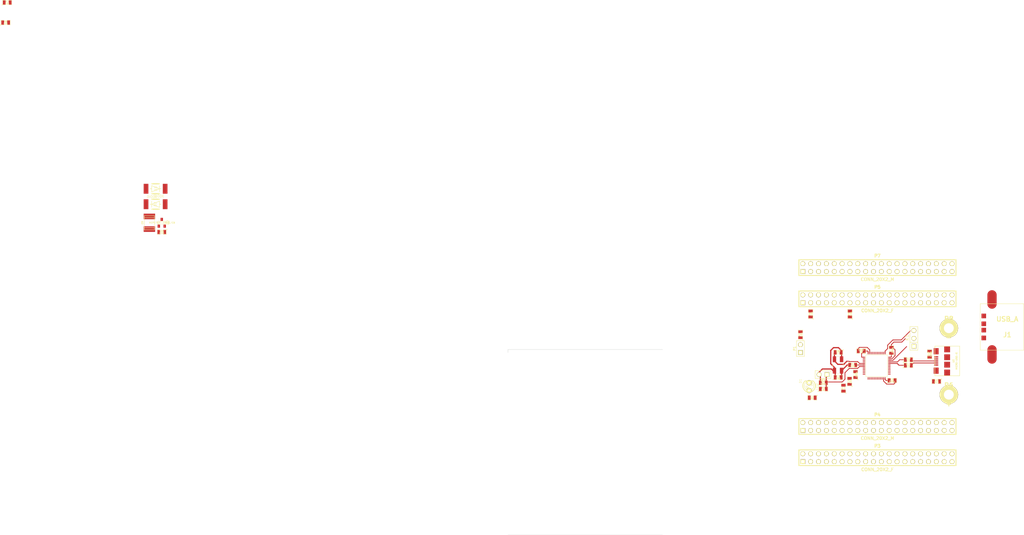
<source format=kicad_pcb>
(kicad_pcb (version 3) (host pcbnew "(2013-07-07 BZR 4022)-stable")

  (general
    (links 239)
    (no_connects 215)
    (area -3.817531 -8.567939 313.415001 166.257501)
    (thickness 1.6)
    (drawings 7)
    (tracks 100)
    (zones 0)
    (modules 40)
    (nets 51)
  )

  (page A3)
  (layers
    (15 F.Cu signal)
    (0 B.Cu signal)
    (16 B.Adhes user)
    (17 F.Adhes user)
    (18 B.Paste user)
    (19 F.Paste user)
    (20 B.SilkS user)
    (21 F.SilkS user)
    (22 B.Mask user)
    (23 F.Mask user)
    (24 Dwgs.User user)
    (25 Cmts.User user)
    (26 Eco1.User user)
    (27 Eco2.User user)
    (28 Edge.Cuts user)
  )

  (setup
    (last_trace_width 0.254)
    (user_trace_width 0.4)
    (user_trace_width 1)
    (trace_clearance 0.24)
    (zone_clearance 0.508)
    (zone_45_only no)
    (trace_min 0.254)
    (segment_width 0.2)
    (edge_width 0.1)
    (via_size 0.889)
    (via_drill 0.635)
    (via_min_size 0.889)
    (via_min_drill 0.508)
    (user_via 3 1)
    (uvia_size 0.508)
    (uvia_drill 0.127)
    (uvias_allowed no)
    (uvia_min_size 0.508)
    (uvia_min_drill 0.127)
    (pcb_text_width 0.3)
    (pcb_text_size 1.5 1.5)
    (mod_edge_width 0.15)
    (mod_text_size 1 1)
    (mod_text_width 0.15)
    (pad_size 6 6)
    (pad_drill 3.2)
    (pad_to_mask_clearance 0)
    (aux_axis_origin 0 0)
    (visible_elements 7FFFFFFF)
    (pcbplotparams
      (layerselection 3178497)
      (usegerberextensions true)
      (excludeedgelayer true)
      (linewidth 0.150000)
      (plotframeref false)
      (viasonmask false)
      (mode 1)
      (useauxorigin false)
      (hpglpennumber 1)
      (hpglpenspeed 20)
      (hpglpendiameter 15)
      (hpglpenoverlay 2)
      (psnegative false)
      (psa4output false)
      (plotreference true)
      (plotvalue true)
      (plotothertext true)
      (plotinvisibletext false)
      (padsonsilk false)
      (subtractmaskfromsilk false)
      (outputformat 1)
      (mirror false)
      (drillshape 1)
      (scaleselection 1)
      (outputdirectory ""))
  )

  (net 0 "")
  (net 1 /Vin)
  (net 2 /Vusb)
  (net 3 /pa0)
  (net 4 /pa1)
  (net 5 /pa10)
  (net 6 /pa15)
  (net 7 /pa2)
  (net 8 /pa3)
  (net 9 /pa4)
  (net 10 /pa5)
  (net 11 /pa6)
  (net 12 /pa7)
  (net 13 /pa8)
  (net 14 /pa9)
  (net 15 /pb0)
  (net 16 /pb10-scl2)
  (net 17 /pb11-sda2)
  (net 18 /pb12)
  (net 19 /pb13)
  (net 20 /pb14)
  (net 21 /pb15)
  (net 22 /pb3)
  (net 23 /pb4)
  (net 24 /pb5)
  (net 25 /pb6-scl1)
  (net 26 /pb7-sda1)
  (net 27 /pb8)
  (net 28 /pb9)
  (net 29 /pc13)
  (net 30 /pc14)
  (net 31 /pc15)
  (net 32 /swd-clk)
  (net 33 /swd-io)
  (net 34 /usb-conn)
  (net 35 /usb-d+)
  (net 36 /usb-d-)
  (net 37 GND)
  (net 38 N-0000036)
  (net 39 N-0000037)
  (net 40 N-0000041)
  (net 41 N-0000042)
  (net 42 N-0000043)
  (net 43 N-0000044)
  (net 44 N-0000045)
  (net 45 N-0000046)
  (net 46 N-0000047)
  (net 47 N-0000050)
  (net 48 N-0000051)
  (net 49 N-0000052)
  (net 50 VDD)

  (net_class Default "This is the default net class."
    (clearance 0.24)
    (trace_width 0.254)
    (via_dia 0.889)
    (via_drill 0.635)
    (uvia_dia 0.508)
    (uvia_drill 0.127)
    (add_net "")
    (add_net /Vin)
    (add_net /Vusb)
    (add_net /pa0)
    (add_net /pa1)
    (add_net /pa10)
    (add_net /pa15)
    (add_net /pa2)
    (add_net /pa3)
    (add_net /pa4)
    (add_net /pa5)
    (add_net /pa6)
    (add_net /pa7)
    (add_net /pa8)
    (add_net /pa9)
    (add_net /pb0)
    (add_net /pb10-scl2)
    (add_net /pb11-sda2)
    (add_net /pb12)
    (add_net /pb13)
    (add_net /pb14)
    (add_net /pb15)
    (add_net /pb3)
    (add_net /pb4)
    (add_net /pb5)
    (add_net /pb6-scl1)
    (add_net /pb7-sda1)
    (add_net /pb8)
    (add_net /pb9)
    (add_net /pc13)
    (add_net /pc14)
    (add_net /pc15)
    (add_net /swd-clk)
    (add_net /swd-io)
    (add_net /usb-conn)
    (add_net /usb-d+)
    (add_net /usb-d-)
    (add_net GND)
    (add_net N-0000036)
    (add_net N-0000037)
    (add_net N-0000041)
    (add_net N-0000042)
    (add_net N-0000043)
    (add_net N-0000044)
    (add_net N-0000045)
    (add_net N-0000046)
    (add_net N-0000047)
    (add_net N-0000050)
    (add_net N-0000051)
    (add_net N-0000052)
    (add_net VDD)
  )

  (module test_pin (layer F.Cu) (tedit 5467E310) (tstamp 546DCA12)
    (at 309.6 98.1)
    (path /5465D765)
    (fp_text reference P8 (at 0 -2.99974) (layer F.SilkS)
      (effects (font (size 1.524 1.524) (thickness 0.3048)))
    )
    (fp_text value - (at 0 2.99974) (layer F.SilkS)
      (effects (font (size 1.524 1.524) (thickness 0.3048)))
    )
    (pad 1 thru_hole circle (at 0 0) (size 6 6) (drill 3.2)
      (layers *.Cu *.Mask F.SilkS)
      (net 37 GND)
    )
  )

  (module USB_A_SURF (layer F.Cu) (tedit 4E4B7D8E) (tstamp 546DCA0D)
    (at 320.9 97.7)
    (path /546485EF)
    (fp_text reference J1 (at 7.62 2.54) (layer F.SilkS)
      (effects (font (size 1.524 1.524) (thickness 0.3048)))
    )
    (fp_text value USB_A (at 7.62 -2.54) (layer F.SilkS)
      (effects (font (size 1.524 1.524) (thickness 0.3048)))
    )
    (fp_line (start -1.143 -7.493) (end 12.954 -7.493) (layer F.SilkS) (width 0.127))
    (fp_line (start 12.954 7.493) (end -1.143 7.493) (layer F.SilkS) (width 0.127))
    (fp_line (start -1.143 -7.493) (end -1.143 7.493) (layer F.SilkS) (width 0.127))
    (fp_line (start 12.954 -7.493) (end 12.954 7.493) (layer F.SilkS) (width 0.127))
    (pad 4 smd rect (at 0 3.556) (size 1.50114 1.50114)
      (layers F.Cu F.Paste F.Mask)
      (net 37 GND)
    )
    (pad 3 smd rect (at 0 1.016) (size 1.50114 1.50114)
      (layers F.Cu F.Paste F.Mask)
    )
    (pad 2 smd rect (at 0 -1.016) (size 1.50114 1.50114)
      (layers F.Cu F.Paste F.Mask)
    )
    (pad 1 smd rect (at 0 -3.556) (size 1.50114 1.50114)
      (layers F.Cu F.Paste F.Mask)
      (net 2 /Vusb)
    )
    (pad "" smd oval (at 2.667 -8.89) (size 2.99974 5.99948)
      (layers F.Cu F.Paste F.Mask)
    )
    (pad "" smd oval (at 2.667 8.89) (size 2.99974 5.99948)
      (layers F.Cu F.Paste F.Mask)
    )
    (model connectors/usb_a_through_hole.wrl
      (at (xyz 0 0 0))
      (scale (xyz 1 1 1))
      (rotate (xyz 0 0 0))
    )
  )

  (module test_pin (layer F.Cu) (tedit 5467E340) (tstamp 546DCA17)
    (at 309.6 119.6)
    (path /5465D685)
    (fp_text reference P6 (at 0 -2.99974) (layer F.SilkS)
      (effects (font (size 1.524 1.524) (thickness 0.3048)))
    )
    (fp_text value + (at 0 2.99974) (layer F.SilkS)
      (effects (font (size 1.524 1.524) (thickness 0.3048)))
    )
    (pad 1 thru_hole circle (at 0 0) (size 6 6) (drill 3.2)
      (layers *.Cu *.Mask F.SilkS)
      (net 1 /Vin)
    )
  )

  (module SOT23 (layer F.Cu) (tedit 5051A6D7) (tstamp 546DCA23)
    (at 55 64)
    (tags SOT23)
    (path /54645810)
    (fp_text reference U2 (at 1.99898 -0.09906 90) (layer F.SilkS)
      (effects (font (size 0.762 0.762) (thickness 0.11938)))
    )
    (fp_text value MCP1703T-3302E/CB (at 0.0635 0) (layer F.SilkS)
      (effects (font (size 0.50038 0.50038) (thickness 0.09906)))
    )
    (fp_circle (center -1.17602 0.35052) (end -1.30048 0.44958) (layer F.SilkS) (width 0.07874))
    (fp_line (start 1.27 -0.508) (end 1.27 0.508) (layer F.SilkS) (width 0.07874))
    (fp_line (start -1.3335 -0.508) (end -1.3335 0.508) (layer F.SilkS) (width 0.07874))
    (fp_line (start 1.27 0.508) (end -1.3335 0.508) (layer F.SilkS) (width 0.07874))
    (fp_line (start -1.3335 -0.508) (end 1.27 -0.508) (layer F.SilkS) (width 0.07874))
    (pad 3 smd rect (at 0 -1.09982) (size 0.8001 1.00076)
      (layers F.Cu F.Paste F.Mask)
      (net 46 N-0000047)
    )
    (pad 2 smd rect (at 0.9525 1.09982) (size 0.8001 1.00076)
      (layers F.Cu F.Paste F.Mask)
      (net 50 VDD)
    )
    (pad 1 smd rect (at -0.9525 1.09982) (size 0.8001 1.00076)
      (layers F.Cu F.Paste F.Mask)
      (net 37 GND)
    )
    (model smd\SOT23_3.wrl
      (at (xyz 0 0 0))
      (scale (xyz 0.4 0.4 0.4))
      (rotate (xyz 0 0 180))
    )
  )

  (module SM0805 (layer F.Cu) (tedit 5091495C) (tstamp 546DCA30)
    (at 275.5 117.5 90)
    (path /546479CD)
    (attr smd)
    (fp_text reference R4 (at 0 -0.3175 90) (layer F.SilkS)
      (effects (font (size 0.50038 0.50038) (thickness 0.10922)))
    )
    (fp_text value 1k (at 0 0.381 90) (layer F.SilkS)
      (effects (font (size 0.50038 0.50038) (thickness 0.10922)))
    )
    (fp_circle (center -1.651 0.762) (end -1.651 0.635) (layer F.SilkS) (width 0.09906))
    (fp_line (start -0.508 0.762) (end -1.524 0.762) (layer F.SilkS) (width 0.09906))
    (fp_line (start -1.524 0.762) (end -1.524 -0.762) (layer F.SilkS) (width 0.09906))
    (fp_line (start -1.524 -0.762) (end -0.508 -0.762) (layer F.SilkS) (width 0.09906))
    (fp_line (start 0.508 -0.762) (end 1.524 -0.762) (layer F.SilkS) (width 0.09906))
    (fp_line (start 1.524 -0.762) (end 1.524 0.762) (layer F.SilkS) (width 0.09906))
    (fp_line (start 1.524 0.762) (end 0.508 0.762) (layer F.SilkS) (width 0.09906))
    (pad 1 smd rect (at -0.9525 0 90) (size 0.889 1.397)
      (layers F.Cu F.Paste F.Mask)
      (net 50 VDD)
    )
    (pad 2 smd rect (at 0.9525 0 90) (size 0.889 1.397)
      (layers F.Cu F.Paste F.Mask)
      (net 49 N-0000052)
    )
    (model smd/chip_cms.wrl
      (at (xyz 0 0 0))
      (scale (xyz 0.1 0.1 0.1))
      (rotate (xyz 0 0 0))
    )
  )

  (module SM0805 (layer F.Cu) (tedit 5091495C) (tstamp 546DCA3D)
    (at 277.6 93.5 90)
    (path /546476BD)
    (attr smd)
    (fp_text reference R9 (at 0 -0.3175 90) (layer F.SilkS)
      (effects (font (size 0.50038 0.50038) (thickness 0.10922)))
    )
    (fp_text value 10k (at 0 0.381 90) (layer F.SilkS)
      (effects (font (size 0.50038 0.50038) (thickness 0.10922)))
    )
    (fp_circle (center -1.651 0.762) (end -1.651 0.635) (layer F.SilkS) (width 0.09906))
    (fp_line (start -0.508 0.762) (end -1.524 0.762) (layer F.SilkS) (width 0.09906))
    (fp_line (start -1.524 0.762) (end -1.524 -0.762) (layer F.SilkS) (width 0.09906))
    (fp_line (start -1.524 -0.762) (end -0.508 -0.762) (layer F.SilkS) (width 0.09906))
    (fp_line (start 0.508 -0.762) (end 1.524 -0.762) (layer F.SilkS) (width 0.09906))
    (fp_line (start 1.524 -0.762) (end 1.524 0.762) (layer F.SilkS) (width 0.09906))
    (fp_line (start 1.524 0.762) (end 0.508 0.762) (layer F.SilkS) (width 0.09906))
    (pad 1 smd rect (at -0.9525 0 90) (size 0.889 1.397)
      (layers F.Cu F.Paste F.Mask)
      (net 50 VDD)
    )
    (pad 2 smd rect (at 0.9525 0 90) (size 0.889 1.397)
      (layers F.Cu F.Paste F.Mask)
      (net 17 /pb11-sda2)
    )
    (model smd/chip_cms.wrl
      (at (xyz 0 0 0))
      (scale (xyz 0.1 0.1 0.1))
      (rotate (xyz 0 0 0))
    )
  )

  (module SM0805 (layer F.Cu) (tedit 5091495C) (tstamp 546DCA4A)
    (at 4.5 -0.75)
    (path /54647593)
    (attr smd)
    (fp_text reference R8 (at 0 -0.3175) (layer F.SilkS)
      (effects (font (size 0.50038 0.50038) (thickness 0.10922)))
    )
    (fp_text value 10k (at 0 0.381) (layer F.SilkS)
      (effects (font (size 0.50038 0.50038) (thickness 0.10922)))
    )
    (fp_circle (center -1.651 0.762) (end -1.651 0.635) (layer F.SilkS) (width 0.09906))
    (fp_line (start -0.508 0.762) (end -1.524 0.762) (layer F.SilkS) (width 0.09906))
    (fp_line (start -1.524 0.762) (end -1.524 -0.762) (layer F.SilkS) (width 0.09906))
    (fp_line (start -1.524 -0.762) (end -0.508 -0.762) (layer F.SilkS) (width 0.09906))
    (fp_line (start 0.508 -0.762) (end 1.524 -0.762) (layer F.SilkS) (width 0.09906))
    (fp_line (start 1.524 -0.762) (end 1.524 0.762) (layer F.SilkS) (width 0.09906))
    (fp_line (start 1.524 0.762) (end 0.508 0.762) (layer F.SilkS) (width 0.09906))
    (pad 1 smd rect (at -0.9525 0) (size 0.889 1.397)
      (layers F.Cu F.Paste F.Mask)
      (net 50 VDD)
    )
    (pad 2 smd rect (at 0.9525 0) (size 0.889 1.397)
      (layers F.Cu F.Paste F.Mask)
      (net 16 /pb10-scl2)
    )
    (model smd/chip_cms.wrl
      (at (xyz 0 0 0))
      (scale (xyz 0.1 0.1 0.1))
      (rotate (xyz 0 0 0))
    )
  )

  (module SM0805 (layer F.Cu) (tedit 5091495C) (tstamp 546DCA57)
    (at 55 67 180)
    (path /54647190)
    (attr smd)
    (fp_text reference C10 (at 0 -0.3175 180) (layer F.SilkS)
      (effects (font (size 0.50038 0.50038) (thickness 0.10922)))
    )
    (fp_text value 10u (at 0 0.381 180) (layer F.SilkS)
      (effects (font (size 0.50038 0.50038) (thickness 0.10922)))
    )
    (fp_circle (center -1.651 0.762) (end -1.651 0.635) (layer F.SilkS) (width 0.09906))
    (fp_line (start -0.508 0.762) (end -1.524 0.762) (layer F.SilkS) (width 0.09906))
    (fp_line (start -1.524 0.762) (end -1.524 -0.762) (layer F.SilkS) (width 0.09906))
    (fp_line (start -1.524 -0.762) (end -0.508 -0.762) (layer F.SilkS) (width 0.09906))
    (fp_line (start 0.508 -0.762) (end 1.524 -0.762) (layer F.SilkS) (width 0.09906))
    (fp_line (start 1.524 -0.762) (end 1.524 0.762) (layer F.SilkS) (width 0.09906))
    (fp_line (start 1.524 0.762) (end 0.508 0.762) (layer F.SilkS) (width 0.09906))
    (pad 1 smd rect (at -0.9525 0 180) (size 0.889 1.397)
      (layers F.Cu F.Paste F.Mask)
      (net 50 VDD)
    )
    (pad 2 smd rect (at 0.9525 0 180) (size 0.889 1.397)
      (layers F.Cu F.Paste F.Mask)
      (net 37 GND)
    )
    (model smd/chip_cms.wrl
      (at (xyz 0 0 0))
      (scale (xyz 0.1 0.1 0.1))
      (rotate (xyz 0 0 0))
    )
  )

  (module SM0805 (layer F.Cu) (tedit 5091495C) (tstamp 546DCA64)
    (at 5 -7.25)
    (path /54646EE9)
    (attr smd)
    (fp_text reference R7 (at 0 -0.3175) (layer F.SilkS)
      (effects (font (size 0.50038 0.50038) (thickness 0.10922)))
    )
    (fp_text value 10k (at 0 0.381) (layer F.SilkS)
      (effects (font (size 0.50038 0.50038) (thickness 0.10922)))
    )
    (fp_circle (center -1.651 0.762) (end -1.651 0.635) (layer F.SilkS) (width 0.09906))
    (fp_line (start -0.508 0.762) (end -1.524 0.762) (layer F.SilkS) (width 0.09906))
    (fp_line (start -1.524 0.762) (end -1.524 -0.762) (layer F.SilkS) (width 0.09906))
    (fp_line (start -1.524 -0.762) (end -0.508 -0.762) (layer F.SilkS) (width 0.09906))
    (fp_line (start 0.508 -0.762) (end 1.524 -0.762) (layer F.SilkS) (width 0.09906))
    (fp_line (start 1.524 -0.762) (end 1.524 0.762) (layer F.SilkS) (width 0.09906))
    (fp_line (start 1.524 0.762) (end 0.508 0.762) (layer F.SilkS) (width 0.09906))
    (pad 1 smd rect (at -0.9525 0) (size 0.889 1.397)
      (layers F.Cu F.Paste F.Mask)
      (net 50 VDD)
    )
    (pad 2 smd rect (at 0.9525 0) (size 0.889 1.397)
      (layers F.Cu F.Paste F.Mask)
      (net 26 /pb7-sda1)
    )
    (model smd/chip_cms.wrl
      (at (xyz 0 0 0))
      (scale (xyz 0.1 0.1 0.1))
      (rotate (xyz 0 0 0))
    )
  )

  (module SM0805 (layer F.Cu) (tedit 5091495C) (tstamp 546DCA71)
    (at 264.9 93.5 90)
    (path /54646DD4)
    (attr smd)
    (fp_text reference R6 (at 0 -0.3175 90) (layer F.SilkS)
      (effects (font (size 0.50038 0.50038) (thickness 0.10922)))
    )
    (fp_text value 10k (at 0 0.381 90) (layer F.SilkS)
      (effects (font (size 0.50038 0.50038) (thickness 0.10922)))
    )
    (fp_circle (center -1.651 0.762) (end -1.651 0.635) (layer F.SilkS) (width 0.09906))
    (fp_line (start -0.508 0.762) (end -1.524 0.762) (layer F.SilkS) (width 0.09906))
    (fp_line (start -1.524 0.762) (end -1.524 -0.762) (layer F.SilkS) (width 0.09906))
    (fp_line (start -1.524 -0.762) (end -0.508 -0.762) (layer F.SilkS) (width 0.09906))
    (fp_line (start 0.508 -0.762) (end 1.524 -0.762) (layer F.SilkS) (width 0.09906))
    (fp_line (start 1.524 -0.762) (end 1.524 0.762) (layer F.SilkS) (width 0.09906))
    (fp_line (start 1.524 0.762) (end 0.508 0.762) (layer F.SilkS) (width 0.09906))
    (pad 1 smd rect (at -0.9525 0 90) (size 0.889 1.397)
      (layers F.Cu F.Paste F.Mask)
      (net 50 VDD)
    )
    (pad 2 smd rect (at 0.9525 0 90) (size 0.889 1.397)
      (layers F.Cu F.Paste F.Mask)
      (net 25 /pb6-scl1)
    )
    (model smd/chip_cms.wrl
      (at (xyz 0 0 0))
      (scale (xyz 0.1 0.1 0.1))
      (rotate (xyz 0 0 0))
    )
  )

  (module SM0805 (layer F.Cu) (tedit 5091495C) (tstamp 546DCA7E)
    (at 279.4 113.1 90)
    (path /546444E7)
    (attr smd)
    (fp_text reference C3 (at 0 -0.3175 90) (layer F.SilkS)
      (effects (font (size 0.50038 0.50038) (thickness 0.10922)))
    )
    (fp_text value 100n (at 0 0.381 90) (layer F.SilkS)
      (effects (font (size 0.50038 0.50038) (thickness 0.10922)))
    )
    (fp_circle (center -1.651 0.762) (end -1.651 0.635) (layer F.SilkS) (width 0.09906))
    (fp_line (start -0.508 0.762) (end -1.524 0.762) (layer F.SilkS) (width 0.09906))
    (fp_line (start -1.524 0.762) (end -1.524 -0.762) (layer F.SilkS) (width 0.09906))
    (fp_line (start -1.524 -0.762) (end -0.508 -0.762) (layer F.SilkS) (width 0.09906))
    (fp_line (start 0.508 -0.762) (end 1.524 -0.762) (layer F.SilkS) (width 0.09906))
    (fp_line (start 1.524 -0.762) (end 1.524 0.762) (layer F.SilkS) (width 0.09906))
    (fp_line (start 1.524 0.762) (end 0.508 0.762) (layer F.SilkS) (width 0.09906))
    (pad 1 smd rect (at -0.9525 0 90) (size 0.889 1.397)
      (layers F.Cu F.Paste F.Mask)
      (net 49 N-0000052)
    )
    (pad 2 smd rect (at 0.9525 0 90) (size 0.889 1.397)
      (layers F.Cu F.Paste F.Mask)
      (net 37 GND)
    )
    (model smd/chip_cms.wrl
      (at (xyz 0 0 0))
      (scale (xyz 0.1 0.1 0.1))
      (rotate (xyz 0 0 0))
    )
  )

  (module SM0805 (layer F.Cu) (tedit 5091495C) (tstamp 546DCA8B)
    (at 261.6 100.2 90)
    (path /546463D9)
    (attr smd)
    (fp_text reference R2 (at 0 -0.3175 90) (layer F.SilkS)
      (effects (font (size 0.50038 0.50038) (thickness 0.10922)))
    )
    (fp_text value 10k (at 0 0.381 90) (layer F.SilkS)
      (effects (font (size 0.50038 0.50038) (thickness 0.10922)))
    )
    (fp_circle (center -1.651 0.762) (end -1.651 0.635) (layer F.SilkS) (width 0.09906))
    (fp_line (start -0.508 0.762) (end -1.524 0.762) (layer F.SilkS) (width 0.09906))
    (fp_line (start -1.524 0.762) (end -1.524 -0.762) (layer F.SilkS) (width 0.09906))
    (fp_line (start -1.524 -0.762) (end -0.508 -0.762) (layer F.SilkS) (width 0.09906))
    (fp_line (start 0.508 -0.762) (end 1.524 -0.762) (layer F.SilkS) (width 0.09906))
    (fp_line (start 1.524 -0.762) (end 1.524 0.762) (layer F.SilkS) (width 0.09906))
    (fp_line (start 1.524 0.762) (end 0.508 0.762) (layer F.SilkS) (width 0.09906))
    (pad 1 smd rect (at -0.9525 0 90) (size 0.889 1.397)
      (layers F.Cu F.Paste F.Mask)
      (net 42 N-0000043)
    )
    (pad 2 smd rect (at 0.9525 0 90) (size 0.889 1.397)
      (layers F.Cu F.Paste F.Mask)
      (net 37 GND)
    )
    (model smd/chip_cms.wrl
      (at (xyz 0 0 0))
      (scale (xyz 0.1 0.1 0.1))
      (rotate (xyz 0 0 0))
    )
  )

  (module SM0805 (layer F.Cu) (tedit 5091495C) (tstamp 546DCA98)
    (at 278.5 110)
    (path /5465A544)
    (attr smd)
    (fp_text reference R1 (at 0 -0.3175) (layer F.SilkS)
      (effects (font (size 0.50038 0.50038) (thickness 0.10922)))
    )
    (fp_text value 100 (at 0 0.381) (layer F.SilkS)
      (effects (font (size 0.50038 0.50038) (thickness 0.10922)))
    )
    (fp_circle (center -1.651 0.762) (end -1.651 0.635) (layer F.SilkS) (width 0.09906))
    (fp_line (start -0.508 0.762) (end -1.524 0.762) (layer F.SilkS) (width 0.09906))
    (fp_line (start -1.524 0.762) (end -1.524 -0.762) (layer F.SilkS) (width 0.09906))
    (fp_line (start -1.524 -0.762) (end -0.508 -0.762) (layer F.SilkS) (width 0.09906))
    (fp_line (start 0.508 -0.762) (end 1.524 -0.762) (layer F.SilkS) (width 0.09906))
    (fp_line (start 1.524 -0.762) (end 1.524 0.762) (layer F.SilkS) (width 0.09906))
    (fp_line (start 1.524 0.762) (end 0.508 0.762) (layer F.SilkS) (width 0.09906))
    (pad 1 smd rect (at -0.9525 0) (size 0.889 1.397)
      (layers F.Cu F.Paste F.Mask)
      (net 47 N-0000050)
    )
    (pad 2 smd rect (at 0.9525 0) (size 0.889 1.397)
      (layers F.Cu F.Paste F.Mask)
      (net 44 N-0000045)
    )
    (model smd/chip_cms.wrl
      (at (xyz 0 0 0))
      (scale (xyz 0.1 0.1 0.1))
      (rotate (xyz 0 0 0))
    )
  )

  (module SM0805 (layer F.Cu) (tedit 5091495C) (tstamp 546DCAA5)
    (at 265.4 120.6 180)
    (path /5465B2D6)
    (attr smd)
    (fp_text reference R5 (at 0 -0.3175 180) (layer F.SilkS)
      (effects (font (size 0.50038 0.50038) (thickness 0.10922)))
    )
    (fp_text value 1k (at 0 0.381 180) (layer F.SilkS)
      (effects (font (size 0.50038 0.50038) (thickness 0.10922)))
    )
    (fp_circle (center -1.651 0.762) (end -1.651 0.635) (layer F.SilkS) (width 0.09906))
    (fp_line (start -0.508 0.762) (end -1.524 0.762) (layer F.SilkS) (width 0.09906))
    (fp_line (start -1.524 0.762) (end -1.524 -0.762) (layer F.SilkS) (width 0.09906))
    (fp_line (start -1.524 -0.762) (end -0.508 -0.762) (layer F.SilkS) (width 0.09906))
    (fp_line (start 0.508 -0.762) (end 1.524 -0.762) (layer F.SilkS) (width 0.09906))
    (fp_line (start 1.524 -0.762) (end 1.524 0.762) (layer F.SilkS) (width 0.09906))
    (fp_line (start 1.524 0.762) (end 0.508 0.762) (layer F.SilkS) (width 0.09906))
    (pad 1 smd rect (at -0.9525 0 180) (size 0.889 1.397)
      (layers F.Cu F.Paste F.Mask)
      (net 43 N-0000044)
    )
    (pad 2 smd rect (at 0.9525 0 180) (size 0.889 1.397)
      (layers F.Cu F.Paste F.Mask)
      (net 39 N-0000037)
    )
    (model smd/chip_cms.wrl
      (at (xyz 0 0 0))
      (scale (xyz 0.1 0.1 0.1))
      (rotate (xyz 0 0 0))
    )
  )

  (module SM0805 (layer F.Cu) (tedit 5091495C) (tstamp 546DCAB2)
    (at 303.4 106.5 90)
    (path /54644C03)
    (attr smd)
    (fp_text reference R10 (at 0 -0.3175 90) (layer F.SilkS)
      (effects (font (size 0.50038 0.50038) (thickness 0.10922)))
    )
    (fp_text value 100k (at 0 0.381 90) (layer F.SilkS)
      (effects (font (size 0.50038 0.50038) (thickness 0.10922)))
    )
    (fp_circle (center -1.651 0.762) (end -1.651 0.635) (layer F.SilkS) (width 0.09906))
    (fp_line (start -0.508 0.762) (end -1.524 0.762) (layer F.SilkS) (width 0.09906))
    (fp_line (start -1.524 0.762) (end -1.524 -0.762) (layer F.SilkS) (width 0.09906))
    (fp_line (start -1.524 -0.762) (end -0.508 -0.762) (layer F.SilkS) (width 0.09906))
    (fp_line (start 0.508 -0.762) (end 1.524 -0.762) (layer F.SilkS) (width 0.09906))
    (fp_line (start 1.524 -0.762) (end 1.524 0.762) (layer F.SilkS) (width 0.09906))
    (fp_line (start 1.524 0.762) (end 0.508 0.762) (layer F.SilkS) (width 0.09906))
    (pad 1 smd rect (at -0.9525 0 90) (size 0.889 1.397)
      (layers F.Cu F.Paste F.Mask)
      (net 38 N-0000036)
    )
    (pad 2 smd rect (at 0.9525 0 90) (size 0.889 1.397)
      (layers F.Cu F.Paste F.Mask)
      (net 37 GND)
    )
    (model smd/chip_cms.wrl
      (at (xyz 0 0 0))
      (scale (xyz 0.1 0.1 0.1))
      (rotate (xyz 0 0 0))
    )
  )

  (module SM0805 (layer F.Cu) (tedit 5091495C) (tstamp 546DCABF)
    (at 296.5 110.1)
    (path /54644BF0)
    (attr smd)
    (fp_text reference R11 (at 0 -0.3175) (layer F.SilkS)
      (effects (font (size 0.50038 0.50038) (thickness 0.10922)))
    )
    (fp_text value 22 (at 0 0.381) (layer F.SilkS)
      (effects (font (size 0.50038 0.50038) (thickness 0.10922)))
    )
    (fp_circle (center -1.651 0.762) (end -1.651 0.635) (layer F.SilkS) (width 0.09906))
    (fp_line (start -0.508 0.762) (end -1.524 0.762) (layer F.SilkS) (width 0.09906))
    (fp_line (start -1.524 0.762) (end -1.524 -0.762) (layer F.SilkS) (width 0.09906))
    (fp_line (start -1.524 -0.762) (end -0.508 -0.762) (layer F.SilkS) (width 0.09906))
    (fp_line (start 0.508 -0.762) (end 1.524 -0.762) (layer F.SilkS) (width 0.09906))
    (fp_line (start 1.524 -0.762) (end 1.524 0.762) (layer F.SilkS) (width 0.09906))
    (fp_line (start 1.524 0.762) (end 0.508 0.762) (layer F.SilkS) (width 0.09906))
    (pad 1 smd rect (at -0.9525 0) (size 0.889 1.397)
      (layers F.Cu F.Paste F.Mask)
      (net 36 /usb-d-)
    )
    (pad 2 smd rect (at 0.9525 0) (size 0.889 1.397)
      (layers F.Cu F.Paste F.Mask)
      (net 40 N-0000041)
    )
    (model smd/chip_cms.wrl
      (at (xyz 0 0 0))
      (scale (xyz 0.1 0.1 0.1))
      (rotate (xyz 0 0 0))
    )
  )

  (module SM0805 (layer F.Cu) (tedit 5091495C) (tstamp 546DCACC)
    (at 296.5 108.3)
    (path /54644BEA)
    (attr smd)
    (fp_text reference R12 (at 0 -0.3175) (layer F.SilkS)
      (effects (font (size 0.50038 0.50038) (thickness 0.10922)))
    )
    (fp_text value 22 (at 0 0.381) (layer F.SilkS)
      (effects (font (size 0.50038 0.50038) (thickness 0.10922)))
    )
    (fp_circle (center -1.651 0.762) (end -1.651 0.635) (layer F.SilkS) (width 0.09906))
    (fp_line (start -0.508 0.762) (end -1.524 0.762) (layer F.SilkS) (width 0.09906))
    (fp_line (start -1.524 0.762) (end -1.524 -0.762) (layer F.SilkS) (width 0.09906))
    (fp_line (start -1.524 -0.762) (end -0.508 -0.762) (layer F.SilkS) (width 0.09906))
    (fp_line (start 0.508 -0.762) (end 1.524 -0.762) (layer F.SilkS) (width 0.09906))
    (fp_line (start 1.524 -0.762) (end 1.524 0.762) (layer F.SilkS) (width 0.09906))
    (fp_line (start 1.524 0.762) (end 0.508 0.762) (layer F.SilkS) (width 0.09906))
    (pad 1 smd rect (at -0.9525 0) (size 0.889 1.397)
      (layers F.Cu F.Paste F.Mask)
      (net 35 /usb-d+)
    )
    (pad 2 smd rect (at 0.9525 0) (size 0.889 1.397)
      (layers F.Cu F.Paste F.Mask)
      (net 41 N-0000042)
    )
    (model smd/chip_cms.wrl
      (at (xyz 0 0 0))
      (scale (xyz 0.1 0.1 0.1))
      (rotate (xyz 0 0 0))
    )
  )

  (module SM0805 (layer F.Cu) (tedit 5091495C) (tstamp 546DCAD9)
    (at 305.6 115.3 180)
    (path /54644BE4)
    (attr smd)
    (fp_text reference R13 (at 0 -0.3175 180) (layer F.SilkS)
      (effects (font (size 0.50038 0.50038) (thickness 0.10922)))
    )
    (fp_text value 1k5 (at 0 0.381 180) (layer F.SilkS)
      (effects (font (size 0.50038 0.50038) (thickness 0.10922)))
    )
    (fp_circle (center -1.651 0.762) (end -1.651 0.635) (layer F.SilkS) (width 0.09906))
    (fp_line (start -0.508 0.762) (end -1.524 0.762) (layer F.SilkS) (width 0.09906))
    (fp_line (start -1.524 0.762) (end -1.524 -0.762) (layer F.SilkS) (width 0.09906))
    (fp_line (start -1.524 -0.762) (end -0.508 -0.762) (layer F.SilkS) (width 0.09906))
    (fp_line (start 0.508 -0.762) (end 1.524 -0.762) (layer F.SilkS) (width 0.09906))
    (fp_line (start 1.524 -0.762) (end 1.524 0.762) (layer F.SilkS) (width 0.09906))
    (fp_line (start 1.524 0.762) (end 0.508 0.762) (layer F.SilkS) (width 0.09906))
    (pad 1 smd rect (at -0.9525 0 180) (size 0.889 1.397)
      (layers F.Cu F.Paste F.Mask)
      (net 41 N-0000042)
    )
    (pad 2 smd rect (at 0.9525 0 180) (size 0.889 1.397)
      (layers F.Cu F.Paste F.Mask)
      (net 34 /usb-conn)
    )
    (model smd/chip_cms.wrl
      (at (xyz 0 0 0))
      (scale (xyz 0.1 0.1 0.1))
      (rotate (xyz 0 0 0))
    )
  )

  (module SM0805 (layer F.Cu) (tedit 5091495C) (tstamp 546DCAE6)
    (at 277.5 115.3 90)
    (path /54644576)
    (attr smd)
    (fp_text reference C5 (at 0 -0.3175 90) (layer F.SilkS)
      (effects (font (size 0.50038 0.50038) (thickness 0.10922)))
    )
    (fp_text value 10u (at 0 0.381 90) (layer F.SilkS)
      (effects (font (size 0.50038 0.50038) (thickness 0.10922)))
    )
    (fp_circle (center -1.651 0.762) (end -1.651 0.635) (layer F.SilkS) (width 0.09906))
    (fp_line (start -0.508 0.762) (end -1.524 0.762) (layer F.SilkS) (width 0.09906))
    (fp_line (start -1.524 0.762) (end -1.524 -0.762) (layer F.SilkS) (width 0.09906))
    (fp_line (start -1.524 -0.762) (end -0.508 -0.762) (layer F.SilkS) (width 0.09906))
    (fp_line (start 0.508 -0.762) (end 1.524 -0.762) (layer F.SilkS) (width 0.09906))
    (fp_line (start 1.524 -0.762) (end 1.524 0.762) (layer F.SilkS) (width 0.09906))
    (fp_line (start 1.524 0.762) (end 0.508 0.762) (layer F.SilkS) (width 0.09906))
    (pad 1 smd rect (at -0.9525 0 90) (size 0.889 1.397)
      (layers F.Cu F.Paste F.Mask)
      (net 49 N-0000052)
    )
    (pad 2 smd rect (at 0.9525 0 90) (size 0.889 1.397)
      (layers F.Cu F.Paste F.Mask)
      (net 37 GND)
    )
    (model smd/chip_cms.wrl
      (at (xyz 0 0 0))
      (scale (xyz 0.1 0.1 0.1))
      (rotate (xyz 0 0 0))
    )
  )

  (module SM0805 (layer F.Cu) (tedit 5091495C) (tstamp 546DCAF3)
    (at 269 117.75)
    (path /54644566)
    (attr smd)
    (fp_text reference R3 (at 0 -0.3175) (layer F.SilkS)
      (effects (font (size 0.50038 0.50038) (thickness 0.10922)))
    )
    (fp_text value 10k (at 0 0.381) (layer F.SilkS)
      (effects (font (size 0.50038 0.50038) (thickness 0.10922)))
    )
    (fp_circle (center -1.651 0.762) (end -1.651 0.635) (layer F.SilkS) (width 0.09906))
    (fp_line (start -0.508 0.762) (end -1.524 0.762) (layer F.SilkS) (width 0.09906))
    (fp_line (start -1.524 0.762) (end -1.524 -0.762) (layer F.SilkS) (width 0.09906))
    (fp_line (start -1.524 -0.762) (end -0.508 -0.762) (layer F.SilkS) (width 0.09906))
    (fp_line (start 0.508 -0.762) (end 1.524 -0.762) (layer F.SilkS) (width 0.09906))
    (fp_line (start 1.524 -0.762) (end 1.524 0.762) (layer F.SilkS) (width 0.09906))
    (fp_line (start 1.524 0.762) (end 0.508 0.762) (layer F.SilkS) (width 0.09906))
    (pad 1 smd rect (at -0.9525 0) (size 0.889 1.397)
      (layers F.Cu F.Paste F.Mask)
      (net 50 VDD)
    )
    (pad 2 smd rect (at 0.9525 0) (size 0.889 1.397)
      (layers F.Cu F.Paste F.Mask)
      (net 45 N-0000046)
    )
    (model smd/chip_cms.wrl
      (at (xyz 0 0 0))
      (scale (xyz 0.1 0.1 0.1))
      (rotate (xyz 0 0 0))
    )
  )

  (module SM0805 (layer F.Cu) (tedit 5091495C) (tstamp 546DCB00)
    (at 269 115.75)
    (path /54644560)
    (attr smd)
    (fp_text reference C4 (at 0 -0.3175) (layer F.SilkS)
      (effects (font (size 0.50038 0.50038) (thickness 0.10922)))
    )
    (fp_text value 100n (at 0 0.381) (layer F.SilkS)
      (effects (font (size 0.50038 0.50038) (thickness 0.10922)))
    )
    (fp_circle (center -1.651 0.762) (end -1.651 0.635) (layer F.SilkS) (width 0.09906))
    (fp_line (start -0.508 0.762) (end -1.524 0.762) (layer F.SilkS) (width 0.09906))
    (fp_line (start -1.524 0.762) (end -1.524 -0.762) (layer F.SilkS) (width 0.09906))
    (fp_line (start -1.524 -0.762) (end -0.508 -0.762) (layer F.SilkS) (width 0.09906))
    (fp_line (start 0.508 -0.762) (end 1.524 -0.762) (layer F.SilkS) (width 0.09906))
    (fp_line (start 1.524 -0.762) (end 1.524 0.762) (layer F.SilkS) (width 0.09906))
    (fp_line (start 1.524 0.762) (end 0.508 0.762) (layer F.SilkS) (width 0.09906))
    (pad 1 smd rect (at -0.9525 0) (size 0.889 1.397)
      (layers F.Cu F.Paste F.Mask)
      (net 37 GND)
    )
    (pad 2 smd rect (at 0.9525 0) (size 0.889 1.397)
      (layers F.Cu F.Paste F.Mask)
      (net 45 N-0000046)
    )
    (model smd/chip_cms.wrl
      (at (xyz 0 0 0))
      (scale (xyz 0.1 0.1 0.1))
      (rotate (xyz 0 0 0))
    )
  )

  (module SM0805 (layer F.Cu) (tedit 5091495C) (tstamp 546DCB0D)
    (at 273.8 105.9 180)
    (path /5464454E)
    (attr smd)
    (fp_text reference C1 (at 0 -0.3175 180) (layer F.SilkS)
      (effects (font (size 0.50038 0.50038) (thickness 0.10922)))
    )
    (fp_text value 18p (at 0 0.381 180) (layer F.SilkS)
      (effects (font (size 0.50038 0.50038) (thickness 0.10922)))
    )
    (fp_circle (center -1.651 0.762) (end -1.651 0.635) (layer F.SilkS) (width 0.09906))
    (fp_line (start -0.508 0.762) (end -1.524 0.762) (layer F.SilkS) (width 0.09906))
    (fp_line (start -1.524 0.762) (end -1.524 -0.762) (layer F.SilkS) (width 0.09906))
    (fp_line (start -1.524 -0.762) (end -0.508 -0.762) (layer F.SilkS) (width 0.09906))
    (fp_line (start 0.508 -0.762) (end 1.524 -0.762) (layer F.SilkS) (width 0.09906))
    (fp_line (start 1.524 -0.762) (end 1.524 0.762) (layer F.SilkS) (width 0.09906))
    (fp_line (start 1.524 0.762) (end 0.508 0.762) (layer F.SilkS) (width 0.09906))
    (pad 1 smd rect (at -0.9525 0 180) (size 0.889 1.397)
      (layers F.Cu F.Paste F.Mask)
      (net 37 GND)
    )
    (pad 2 smd rect (at 0.9525 0 180) (size 0.889 1.397)
      (layers F.Cu F.Paste F.Mask)
      (net 48 N-0000051)
    )
    (model smd/chip_cms.wrl
      (at (xyz 0 0 0))
      (scale (xyz 0.1 0.1 0.1))
      (rotate (xyz 0 0 0))
    )
  )

  (module SM0805 (layer F.Cu) (tedit 5091495C) (tstamp 546DCB1A)
    (at 273.8 114)
    (path /54644548)
    (attr smd)
    (fp_text reference C2 (at 0 -0.3175) (layer F.SilkS)
      (effects (font (size 0.50038 0.50038) (thickness 0.10922)))
    )
    (fp_text value 18p (at 0 0.381) (layer F.SilkS)
      (effects (font (size 0.50038 0.50038) (thickness 0.10922)))
    )
    (fp_circle (center -1.651 0.762) (end -1.651 0.635) (layer F.SilkS) (width 0.09906))
    (fp_line (start -0.508 0.762) (end -1.524 0.762) (layer F.SilkS) (width 0.09906))
    (fp_line (start -1.524 0.762) (end -1.524 -0.762) (layer F.SilkS) (width 0.09906))
    (fp_line (start -1.524 -0.762) (end -0.508 -0.762) (layer F.SilkS) (width 0.09906))
    (fp_line (start 0.508 -0.762) (end 1.524 -0.762) (layer F.SilkS) (width 0.09906))
    (fp_line (start 1.524 -0.762) (end 1.524 0.762) (layer F.SilkS) (width 0.09906))
    (fp_line (start 1.524 0.762) (end 0.508 0.762) (layer F.SilkS) (width 0.09906))
    (pad 1 smd rect (at -0.9525 0) (size 0.889 1.397)
      (layers F.Cu F.Paste F.Mask)
      (net 37 GND)
    )
    (pad 2 smd rect (at 0.9525 0) (size 0.889 1.397)
      (layers F.Cu F.Paste F.Mask)
      (net 47 N-0000050)
    )
    (model smd/chip_cms.wrl
      (at (xyz 0 0 0))
      (scale (xyz 0.1 0.1 0.1))
      (rotate (xyz 0 0 0))
    )
  )

  (module SM0805 (layer F.Cu) (tedit 5091495C) (tstamp 546DCB27)
    (at 281.25 105.5 180)
    (path /546444FF)
    (attr smd)
    (fp_text reference C6 (at 0 -0.3175 180) (layer F.SilkS)
      (effects (font (size 0.50038 0.50038) (thickness 0.10922)))
    )
    (fp_text value 100n (at 0 0.381 180) (layer F.SilkS)
      (effects (font (size 0.50038 0.50038) (thickness 0.10922)))
    )
    (fp_circle (center -1.651 0.762) (end -1.651 0.635) (layer F.SilkS) (width 0.09906))
    (fp_line (start -0.508 0.762) (end -1.524 0.762) (layer F.SilkS) (width 0.09906))
    (fp_line (start -1.524 0.762) (end -1.524 -0.762) (layer F.SilkS) (width 0.09906))
    (fp_line (start -1.524 -0.762) (end -0.508 -0.762) (layer F.SilkS) (width 0.09906))
    (fp_line (start 0.508 -0.762) (end 1.524 -0.762) (layer F.SilkS) (width 0.09906))
    (fp_line (start 1.524 -0.762) (end 1.524 0.762) (layer F.SilkS) (width 0.09906))
    (fp_line (start 1.524 0.762) (end 0.508 0.762) (layer F.SilkS) (width 0.09906))
    (pad 1 smd rect (at -0.9525 0 180) (size 0.889 1.397)
      (layers F.Cu F.Paste F.Mask)
      (net 50 VDD)
    )
    (pad 2 smd rect (at 0.9525 0 180) (size 0.889 1.397)
      (layers F.Cu F.Paste F.Mask)
      (net 37 GND)
    )
    (model smd/chip_cms.wrl
      (at (xyz 0 0 0))
      (scale (xyz 0.1 0.1 0.1))
      (rotate (xyz 0 0 0))
    )
  )

  (module SM0805 (layer F.Cu) (tedit 5091495C) (tstamp 546DCB34)
    (at 291 105.25 90)
    (path /546444F9)
    (attr smd)
    (fp_text reference C7 (at 0 -0.3175 90) (layer F.SilkS)
      (effects (font (size 0.50038 0.50038) (thickness 0.10922)))
    )
    (fp_text value 100n (at 0 0.381 90) (layer F.SilkS)
      (effects (font (size 0.50038 0.50038) (thickness 0.10922)))
    )
    (fp_circle (center -1.651 0.762) (end -1.651 0.635) (layer F.SilkS) (width 0.09906))
    (fp_line (start -0.508 0.762) (end -1.524 0.762) (layer F.SilkS) (width 0.09906))
    (fp_line (start -1.524 0.762) (end -1.524 -0.762) (layer F.SilkS) (width 0.09906))
    (fp_line (start -1.524 -0.762) (end -0.508 -0.762) (layer F.SilkS) (width 0.09906))
    (fp_line (start 0.508 -0.762) (end 1.524 -0.762) (layer F.SilkS) (width 0.09906))
    (fp_line (start 1.524 -0.762) (end 1.524 0.762) (layer F.SilkS) (width 0.09906))
    (fp_line (start 1.524 0.762) (end 0.508 0.762) (layer F.SilkS) (width 0.09906))
    (pad 1 smd rect (at -0.9525 0 90) (size 0.889 1.397)
      (layers F.Cu F.Paste F.Mask)
      (net 50 VDD)
    )
    (pad 2 smd rect (at 0.9525 0 90) (size 0.889 1.397)
      (layers F.Cu F.Paste F.Mask)
      (net 37 GND)
    )
    (model smd/chip_cms.wrl
      (at (xyz 0 0 0))
      (scale (xyz 0.1 0.1 0.1))
      (rotate (xyz 0 0 0))
    )
  )

  (module SM0805 (layer F.Cu) (tedit 5091495C) (tstamp 546DCB41)
    (at 291.25 115)
    (path /546444F3)
    (attr smd)
    (fp_text reference C8 (at 0 -0.3175) (layer F.SilkS)
      (effects (font (size 0.50038 0.50038) (thickness 0.10922)))
    )
    (fp_text value 100n (at 0 0.381) (layer F.SilkS)
      (effects (font (size 0.50038 0.50038) (thickness 0.10922)))
    )
    (fp_circle (center -1.651 0.762) (end -1.651 0.635) (layer F.SilkS) (width 0.09906))
    (fp_line (start -0.508 0.762) (end -1.524 0.762) (layer F.SilkS) (width 0.09906))
    (fp_line (start -1.524 0.762) (end -1.524 -0.762) (layer F.SilkS) (width 0.09906))
    (fp_line (start -1.524 -0.762) (end -0.508 -0.762) (layer F.SilkS) (width 0.09906))
    (fp_line (start 0.508 -0.762) (end 1.524 -0.762) (layer F.SilkS) (width 0.09906))
    (fp_line (start 1.524 -0.762) (end 1.524 0.762) (layer F.SilkS) (width 0.09906))
    (fp_line (start 1.524 0.762) (end 0.508 0.762) (layer F.SilkS) (width 0.09906))
    (pad 1 smd rect (at -0.9525 0) (size 0.889 1.397)
      (layers F.Cu F.Paste F.Mask)
      (net 50 VDD)
    )
    (pad 2 smd rect (at 0.9525 0) (size 0.889 1.397)
      (layers F.Cu F.Paste F.Mask)
      (net 37 GND)
    )
    (model smd/chip_cms.wrl
      (at (xyz 0 0 0))
      (scale (xyz 0.1 0.1 0.1))
      (rotate (xyz 0 0 0))
    )
  )

  (module PIN_ARRAY_3X1 (layer F.Cu) (tedit 4C1130E0) (tstamp 546DCB4D)
    (at 298.3 101.4 90)
    (descr "Connecteur 3 pins")
    (tags "CONN DEV")
    (path /5465C48C)
    (fp_text reference K1 (at 0.254 -2.159 90) (layer F.SilkS)
      (effects (font (size 1.016 1.016) (thickness 0.1524)))
    )
    (fp_text value swd (at 0 -2.159 90) (layer F.SilkS) hide
      (effects (font (size 1.016 1.016) (thickness 0.1524)))
    )
    (fp_line (start -3.81 1.27) (end -3.81 -1.27) (layer F.SilkS) (width 0.1524))
    (fp_line (start -3.81 -1.27) (end 3.81 -1.27) (layer F.SilkS) (width 0.1524))
    (fp_line (start 3.81 -1.27) (end 3.81 1.27) (layer F.SilkS) (width 0.1524))
    (fp_line (start 3.81 1.27) (end -3.81 1.27) (layer F.SilkS) (width 0.1524))
    (fp_line (start -1.27 -1.27) (end -1.27 1.27) (layer F.SilkS) (width 0.1524))
    (pad 1 thru_hole rect (at -2.54 0 90) (size 1.524 1.524) (drill 1.016)
      (layers *.Cu *.Mask F.SilkS)
      (net 33 /swd-io)
    )
    (pad 2 thru_hole circle (at 0 0 90) (size 1.524 1.524) (drill 1.016)
      (layers *.Cu *.Mask F.SilkS)
      (net 37 GND)
    )
    (pad 3 thru_hole circle (at 2.54 0 90) (size 1.524 1.524) (drill 1.016)
      (layers *.Cu *.Mask F.SilkS)
      (net 32 /swd-clk)
    )
    (model pin_array/pins_array_3x1.wrl
      (at (xyz 0 0 0))
      (scale (xyz 1 1 1))
      (rotate (xyz 0 0 0))
    )
  )

  (module PIN_ARRAY_2X1 (layer F.Cu) (tedit 4565C520) (tstamp 546DCB57)
    (at 261.6 104.7 90)
    (descr "Connecteurs 2 pins")
    (tags "CONN DEV")
    (path /54646730)
    (fp_text reference P1 (at 0 -1.905 90) (layer F.SilkS)
      (effects (font (size 0.762 0.762) (thickness 0.1524)))
    )
    (fp_text value mode (at 0 -1.905 90) (layer F.SilkS) hide
      (effects (font (size 0.762 0.762) (thickness 0.1524)))
    )
    (fp_line (start -2.54 1.27) (end -2.54 -1.27) (layer F.SilkS) (width 0.1524))
    (fp_line (start -2.54 -1.27) (end 2.54 -1.27) (layer F.SilkS) (width 0.1524))
    (fp_line (start 2.54 -1.27) (end 2.54 1.27) (layer F.SilkS) (width 0.1524))
    (fp_line (start 2.54 1.27) (end -2.54 1.27) (layer F.SilkS) (width 0.1524))
    (pad 1 thru_hole rect (at -1.27 0 90) (size 1.524 1.524) (drill 1.016)
      (layers *.Cu *.Mask F.SilkS)
      (net 50 VDD)
    )
    (pad 2 thru_hole circle (at 1.27 0 90) (size 1.524 1.524) (drill 1.016)
      (layers *.Cu *.Mask F.SilkS)
      (net 42 N-0000043)
    )
    (model pin_array/pins_array_2x1.wrl
      (at (xyz 0 0 0))
      (scale (xyz 1 1 1))
      (rotate (xyz 0 0 0))
    )
  )

  (module PIN_ARRAY_2X1 (layer F.Cu) (tedit 4565C520) (tstamp 546DCB61)
    (at 268.9 113.1 180)
    (descr "Connecteurs 2 pins")
    (tags "CONN DEV")
    (path /5464684B)
    (fp_text reference P2 (at 0 -1.905 180) (layer F.SilkS)
      (effects (font (size 0.762 0.762) (thickness 0.1524)))
    )
    (fp_text value rst (at 0 -1.905 180) (layer F.SilkS) hide
      (effects (font (size 0.762 0.762) (thickness 0.1524)))
    )
    (fp_line (start -2.54 1.27) (end -2.54 -1.27) (layer F.SilkS) (width 0.1524))
    (fp_line (start -2.54 -1.27) (end 2.54 -1.27) (layer F.SilkS) (width 0.1524))
    (fp_line (start 2.54 -1.27) (end 2.54 1.27) (layer F.SilkS) (width 0.1524))
    (fp_line (start 2.54 1.27) (end -2.54 1.27) (layer F.SilkS) (width 0.1524))
    (pad 1 thru_hole rect (at -1.27 0 180) (size 1.524 1.524) (drill 1.016)
      (layers *.Cu *.Mask F.SilkS)
      (net 45 N-0000046)
    )
    (pad 2 thru_hole circle (at 1.27 0 180) (size 1.524 1.524) (drill 1.016)
      (layers *.Cu *.Mask F.SilkS)
      (net 37 GND)
    )
    (model pin_array/pins_array_2x1.wrl
      (at (xyz 0 0 0))
      (scale (xyz 1 1 1))
      (rotate (xyz 0 0 0))
    )
  )

  (module PIN_ARRAY_20X2 (layer F.Cu) (tedit 5031D84E) (tstamp 546DCB91)
    (at 286.5 140)
    (descr "Double rangee de contacts 2 x 12 pins")
    (tags CONN)
    (path /5465B959)
    (fp_text reference P3 (at 0 -3.81) (layer F.SilkS)
      (effects (font (size 1.016 1.016) (thickness 0.27432)))
    )
    (fp_text value CONN_20X2_F (at 0 3.81) (layer F.SilkS)
      (effects (font (size 1.016 1.016) (thickness 0.2032)))
    )
    (fp_line (start 25.4 2.54) (end -25.4 2.54) (layer F.SilkS) (width 0.3048))
    (fp_line (start 25.4 -2.54) (end -25.4 -2.54) (layer F.SilkS) (width 0.3048))
    (fp_line (start 25.4 -2.54) (end 25.4 2.54) (layer F.SilkS) (width 0.3048))
    (fp_line (start -25.4 -2.54) (end -25.4 2.54) (layer F.SilkS) (width 0.3048))
    (pad 1 thru_hole rect (at -24.13 1.27) (size 1.524 1.524) (drill 1.016)
      (layers *.Cu *.Mask F.SilkS)
      (net 37 GND)
    )
    (pad 2 thru_hole circle (at -24.13 -1.27) (size 1.524 1.524) (drill 1.016)
      (layers *.Cu *.Mask F.SilkS)
      (net 37 GND)
    )
    (pad 11 thru_hole circle (at -11.43 1.27) (size 1.524 1.524) (drill 1.016)
      (layers *.Cu *.Mask F.SilkS)
      (net 9 /pa4)
    )
    (pad 4 thru_hole circle (at -21.59 -1.27) (size 1.524 1.524) (drill 1.016)
      (layers *.Cu *.Mask F.SilkS)
      (net 3 /pa0)
    )
    (pad 13 thru_hole circle (at -8.89 1.27) (size 1.524 1.524) (drill 1.016)
      (layers *.Cu *.Mask F.SilkS)
      (net 10 /pa5)
    )
    (pad 6 thru_hole circle (at -19.05 -1.27) (size 1.524 1.524) (drill 1.016)
      (layers *.Cu *.Mask F.SilkS)
      (net 4 /pa1)
    )
    (pad 15 thru_hole circle (at -6.35 1.27) (size 1.524 1.524) (drill 1.016)
      (layers *.Cu *.Mask F.SilkS)
      (net 11 /pa6)
    )
    (pad 8 thru_hole circle (at -16.51 -1.27) (size 1.524 1.524) (drill 1.016)
      (layers *.Cu *.Mask F.SilkS)
      (net 7 /pa2)
    )
    (pad 17 thru_hole circle (at -3.81 1.27) (size 1.524 1.524) (drill 1.016)
      (layers *.Cu *.Mask F.SilkS)
      (net 12 /pa7)
    )
    (pad 10 thru_hole circle (at -13.97 -1.27) (size 1.524 1.524) (drill 1.016)
      (layers *.Cu *.Mask F.SilkS)
      (net 8 /pa3)
    )
    (pad 19 thru_hole circle (at -1.27 1.27) (size 1.524 1.524) (drill 1.016)
      (layers *.Cu *.Mask F.SilkS)
      (net 13 /pa8)
    )
    (pad 12 thru_hole circle (at -11.43 -1.27) (size 1.524 1.524) (drill 1.016)
      (layers *.Cu *.Mask F.SilkS)
      (net 9 /pa4)
    )
    (pad 21 thru_hole circle (at 1.27 1.27) (size 1.524 1.524) (drill 1.016)
      (layers *.Cu *.Mask F.SilkS)
      (net 14 /pa9)
    )
    (pad 14 thru_hole circle (at -8.89 -1.27) (size 1.524 1.524) (drill 1.016)
      (layers *.Cu *.Mask F.SilkS)
      (net 10 /pa5)
    )
    (pad 23 thru_hole circle (at 3.81 1.27) (size 1.524 1.524) (drill 1.016)
      (layers *.Cu *.Mask F.SilkS)
      (net 5 /pa10)
    )
    (pad 16 thru_hole circle (at -6.35 -1.27) (size 1.524 1.524) (drill 1.016)
      (layers *.Cu *.Mask F.SilkS)
      (net 11 /pa6)
    )
    (pad 25 thru_hole circle (at 6.35 1.27) (size 1.524 1.524) (drill 1.016)
      (layers *.Cu *.Mask F.SilkS)
      (net 6 /pa15)
    )
    (pad 18 thru_hole circle (at -3.81 -1.27) (size 1.524 1.524) (drill 1.016)
      (layers *.Cu *.Mask F.SilkS)
      (net 12 /pa7)
    )
    (pad 27 thru_hole circle (at 8.89 1.27) (size 1.524 1.524) (drill 1.016)
      (layers *.Cu *.Mask F.SilkS)
      (net 15 /pb0)
    )
    (pad 20 thru_hole circle (at -1.27 -1.27) (size 1.524 1.524) (drill 1.016)
      (layers *.Cu *.Mask F.SilkS)
      (net 13 /pa8)
    )
    (pad 29 thru_hole circle (at 11.43 1.27) (size 1.524 1.524) (drill 1.016)
      (layers *.Cu *.Mask F.SilkS)
      (net 22 /pb3)
    )
    (pad 22 thru_hole circle (at 1.27 -1.27) (size 1.524 1.524) (drill 1.016)
      (layers *.Cu *.Mask F.SilkS)
      (net 14 /pa9)
    )
    (pad 31 thru_hole circle (at 13.97 1.27) (size 1.524 1.524) (drill 1.016)
      (layers *.Cu *.Mask F.SilkS)
      (net 23 /pb4)
    )
    (pad 24 thru_hole circle (at 3.81 -1.27) (size 1.524 1.524) (drill 1.016)
      (layers *.Cu *.Mask F.SilkS)
      (net 5 /pa10)
    )
    (pad 26 thru_hole circle (at 6.35 -1.27) (size 1.524 1.524) (drill 1.016)
      (layers *.Cu *.Mask F.SilkS)
      (net 6 /pa15)
    )
    (pad 33 thru_hole circle (at 16.51 1.27) (size 1.524 1.524) (drill 1.016)
      (layers *.Cu *.Mask F.SilkS)
      (net 37 GND)
    )
    (pad 28 thru_hole circle (at 8.89 -1.27) (size 1.524 1.524) (drill 1.016)
      (layers *.Cu *.Mask F.SilkS)
      (net 15 /pb0)
    )
    (pad 32 thru_hole circle (at 13.97 -1.27) (size 1.524 1.524) (drill 1.016)
      (layers *.Cu *.Mask F.SilkS)
      (net 23 /pb4)
    )
    (pad 34 thru_hole circle (at 16.51 -1.27) (size 1.524 1.524) (drill 1.016)
      (layers *.Cu *.Mask F.SilkS)
      (net 37 GND)
    )
    (pad 36 thru_hole circle (at 19.05 -1.27) (size 1.524 1.524) (drill 1.016)
      (layers *.Cu *.Mask F.SilkS)
      (net 50 VDD)
    )
    (pad 38 thru_hole circle (at 21.59 -1.27) (size 1.524 1.524) (drill 1.016)
      (layers *.Cu *.Mask F.SilkS)
      (net 2 /Vusb)
    )
    (pad 35 thru_hole circle (at 19.05 1.27) (size 1.524 1.524) (drill 1.016)
      (layers *.Cu *.Mask F.SilkS)
      (net 50 VDD)
    )
    (pad 37 thru_hole circle (at 21.59 1.27) (size 1.524 1.524) (drill 1.016)
      (layers *.Cu *.Mask F.SilkS)
      (net 2 /Vusb)
    )
    (pad 3 thru_hole circle (at -21.59 1.27) (size 1.524 1.524) (drill 1.016)
      (layers *.Cu *.Mask F.SilkS)
      (net 3 /pa0)
    )
    (pad 5 thru_hole circle (at -19.05 1.27) (size 1.524 1.524) (drill 1.016)
      (layers *.Cu *.Mask F.SilkS)
      (net 4 /pa1)
    )
    (pad 7 thru_hole circle (at -16.51 1.27) (size 1.524 1.524) (drill 1.016)
      (layers *.Cu *.Mask F.SilkS)
      (net 7 /pa2)
    )
    (pad 9 thru_hole circle (at -13.97 1.27) (size 1.524 1.524) (drill 1.016)
      (layers *.Cu *.Mask F.SilkS)
      (net 8 /pa3)
    )
    (pad 39 thru_hole circle (at 24.13 1.27) (size 1.524 1.524) (drill 1.016)
      (layers *.Cu *.Mask F.SilkS)
      (net 1 /Vin)
    )
    (pad 40 thru_hole circle (at 24.13 -1.27) (size 1.524 1.524) (drill 1.016)
      (layers *.Cu *.Mask F.SilkS)
      (net 1 /Vin)
    )
    (pad 30 thru_hole circle (at 11.43 -1.27) (size 1.524 1.524) (drill 1.016)
      (layers *.Cu *.Mask F.SilkS)
      (net 22 /pb3)
    )
    (model pin_array/pins_array_20x2.wrl
      (at (xyz 0 0 0))
      (scale (xyz 1 1 1))
      (rotate (xyz 0 0 0))
    )
  )

  (module PIN_ARRAY_20X2 (layer F.Cu) (tedit 5031D84E) (tstamp 546DCBC1)
    (at 286.5 88.6)
    (descr "Double rangee de contacts 2 x 12 pins")
    (tags CONN)
    (path /5465B970)
    (fp_text reference P5 (at 0 -3.81) (layer F.SilkS)
      (effects (font (size 1.016 1.016) (thickness 0.27432)))
    )
    (fp_text value CONN_20X2_F (at 0 3.81) (layer F.SilkS)
      (effects (font (size 1.016 1.016) (thickness 0.2032)))
    )
    (fp_line (start 25.4 2.54) (end -25.4 2.54) (layer F.SilkS) (width 0.3048))
    (fp_line (start 25.4 -2.54) (end -25.4 -2.54) (layer F.SilkS) (width 0.3048))
    (fp_line (start 25.4 -2.54) (end 25.4 2.54) (layer F.SilkS) (width 0.3048))
    (fp_line (start -25.4 -2.54) (end -25.4 2.54) (layer F.SilkS) (width 0.3048))
    (pad 1 thru_hole rect (at -24.13 1.27) (size 1.524 1.524) (drill 1.016)
      (layers *.Cu *.Mask F.SilkS)
      (net 37 GND)
    )
    (pad 2 thru_hole circle (at -24.13 -1.27) (size 1.524 1.524) (drill 1.016)
      (layers *.Cu *.Mask F.SilkS)
      (net 37 GND)
    )
    (pad 11 thru_hole circle (at -11.43 1.27) (size 1.524 1.524) (drill 1.016)
      (layers *.Cu *.Mask F.SilkS)
      (net 16 /pb10-scl2)
    )
    (pad 4 thru_hole circle (at -21.59 -1.27) (size 1.524 1.524) (drill 1.016)
      (layers *.Cu *.Mask F.SilkS)
      (net 25 /pb6-scl1)
    )
    (pad 13 thru_hole circle (at -8.89 1.27) (size 1.524 1.524) (drill 1.016)
      (layers *.Cu *.Mask F.SilkS)
      (net 17 /pb11-sda2)
    )
    (pad 6 thru_hole circle (at -19.05 -1.27) (size 1.524 1.524) (drill 1.016)
      (layers *.Cu *.Mask F.SilkS)
      (net 26 /pb7-sda1)
    )
    (pad 15 thru_hole circle (at -6.35 1.27) (size 1.524 1.524) (drill 1.016)
      (layers *.Cu *.Mask F.SilkS)
      (net 27 /pb8)
    )
    (pad 8 thru_hole circle (at -16.51 -1.27) (size 1.524 1.524) (drill 1.016)
      (layers *.Cu *.Mask F.SilkS)
      (net 24 /pb5)
    )
    (pad 17 thru_hole circle (at -3.81 1.27) (size 1.524 1.524) (drill 1.016)
      (layers *.Cu *.Mask F.SilkS)
      (net 28 /pb9)
    )
    (pad 10 thru_hole circle (at -13.97 -1.27) (size 1.524 1.524) (drill 1.016)
      (layers *.Cu *.Mask F.SilkS)
      (net 37 GND)
    )
    (pad 19 thru_hole circle (at -1.27 1.27) (size 1.524 1.524) (drill 1.016)
      (layers *.Cu *.Mask F.SilkS)
      (net 18 /pb12)
    )
    (pad 12 thru_hole circle (at -11.43 -1.27) (size 1.524 1.524) (drill 1.016)
      (layers *.Cu *.Mask F.SilkS)
      (net 16 /pb10-scl2)
    )
    (pad 21 thru_hole circle (at 1.27 1.27) (size 1.524 1.524) (drill 1.016)
      (layers *.Cu *.Mask F.SilkS)
      (net 19 /pb13)
    )
    (pad 14 thru_hole circle (at -8.89 -1.27) (size 1.524 1.524) (drill 1.016)
      (layers *.Cu *.Mask F.SilkS)
      (net 17 /pb11-sda2)
    )
    (pad 23 thru_hole circle (at 3.81 1.27) (size 1.524 1.524) (drill 1.016)
      (layers *.Cu *.Mask F.SilkS)
      (net 20 /pb14)
    )
    (pad 16 thru_hole circle (at -6.35 -1.27) (size 1.524 1.524) (drill 1.016)
      (layers *.Cu *.Mask F.SilkS)
      (net 27 /pb8)
    )
    (pad 25 thru_hole circle (at 6.35 1.27) (size 1.524 1.524) (drill 1.016)
      (layers *.Cu *.Mask F.SilkS)
      (net 21 /pb15)
    )
    (pad 18 thru_hole circle (at -3.81 -1.27) (size 1.524 1.524) (drill 1.016)
      (layers *.Cu *.Mask F.SilkS)
      (net 28 /pb9)
    )
    (pad 27 thru_hole circle (at 8.89 1.27) (size 1.524 1.524) (drill 1.016)
      (layers *.Cu *.Mask F.SilkS)
      (net 29 /pc13)
    )
    (pad 20 thru_hole circle (at -1.27 -1.27) (size 1.524 1.524) (drill 1.016)
      (layers *.Cu *.Mask F.SilkS)
      (net 18 /pb12)
    )
    (pad 29 thru_hole circle (at 11.43 1.27) (size 1.524 1.524) (drill 1.016)
      (layers *.Cu *.Mask F.SilkS)
      (net 30 /pc14)
    )
    (pad 22 thru_hole circle (at 1.27 -1.27) (size 1.524 1.524) (drill 1.016)
      (layers *.Cu *.Mask F.SilkS)
      (net 19 /pb13)
    )
    (pad 31 thru_hole circle (at 13.97 1.27) (size 1.524 1.524) (drill 1.016)
      (layers *.Cu *.Mask F.SilkS)
      (net 31 /pc15)
    )
    (pad 24 thru_hole circle (at 3.81 -1.27) (size 1.524 1.524) (drill 1.016)
      (layers *.Cu *.Mask F.SilkS)
      (net 20 /pb14)
    )
    (pad 26 thru_hole circle (at 6.35 -1.27) (size 1.524 1.524) (drill 1.016)
      (layers *.Cu *.Mask F.SilkS)
      (net 21 /pb15)
    )
    (pad 33 thru_hole circle (at 16.51 1.27) (size 1.524 1.524) (drill 1.016)
      (layers *.Cu *.Mask F.SilkS)
      (net 37 GND)
    )
    (pad 28 thru_hole circle (at 8.89 -1.27) (size 1.524 1.524) (drill 1.016)
      (layers *.Cu *.Mask F.SilkS)
      (net 29 /pc13)
    )
    (pad 32 thru_hole circle (at 13.97 -1.27) (size 1.524 1.524) (drill 1.016)
      (layers *.Cu *.Mask F.SilkS)
      (net 31 /pc15)
    )
    (pad 34 thru_hole circle (at 16.51 -1.27) (size 1.524 1.524) (drill 1.016)
      (layers *.Cu *.Mask F.SilkS)
      (net 37 GND)
    )
    (pad 36 thru_hole circle (at 19.05 -1.27) (size 1.524 1.524) (drill 1.016)
      (layers *.Cu *.Mask F.SilkS)
      (net 50 VDD)
    )
    (pad 38 thru_hole circle (at 21.59 -1.27) (size 1.524 1.524) (drill 1.016)
      (layers *.Cu *.Mask F.SilkS)
      (net 2 /Vusb)
    )
    (pad 35 thru_hole circle (at 19.05 1.27) (size 1.524 1.524) (drill 1.016)
      (layers *.Cu *.Mask F.SilkS)
      (net 50 VDD)
    )
    (pad 37 thru_hole circle (at 21.59 1.27) (size 1.524 1.524) (drill 1.016)
      (layers *.Cu *.Mask F.SilkS)
      (net 2 /Vusb)
    )
    (pad 3 thru_hole circle (at -21.59 1.27) (size 1.524 1.524) (drill 1.016)
      (layers *.Cu *.Mask F.SilkS)
      (net 25 /pb6-scl1)
    )
    (pad 5 thru_hole circle (at -19.05 1.27) (size 1.524 1.524) (drill 1.016)
      (layers *.Cu *.Mask F.SilkS)
      (net 26 /pb7-sda1)
    )
    (pad 7 thru_hole circle (at -16.51 1.27) (size 1.524 1.524) (drill 1.016)
      (layers *.Cu *.Mask F.SilkS)
      (net 24 /pb5)
    )
    (pad 9 thru_hole circle (at -13.97 1.27) (size 1.524 1.524) (drill 1.016)
      (layers *.Cu *.Mask F.SilkS)
      (net 37 GND)
    )
    (pad 39 thru_hole circle (at 24.13 1.27) (size 1.524 1.524) (drill 1.016)
      (layers *.Cu *.Mask F.SilkS)
      (net 1 /Vin)
    )
    (pad 40 thru_hole circle (at 24.13 -1.27) (size 1.524 1.524) (drill 1.016)
      (layers *.Cu *.Mask F.SilkS)
      (net 1 /Vin)
    )
    (pad 30 thru_hole circle (at 11.43 -1.27) (size 1.524 1.524) (drill 1.016)
      (layers *.Cu *.Mask F.SilkS)
      (net 30 /pc14)
    )
    (model pin_array/pins_array_20x2.wrl
      (at (xyz 0 0 0))
      (scale (xyz 1 1 1))
      (rotate (xyz 0 0 0))
    )
  )

  (module PIN_ARRAY_20X2 (layer F.Cu) (tedit 5031D84E) (tstamp 546DCBF1)
    (at 286.5 129.9)
    (descr "Double rangee de contacts 2 x 12 pins")
    (tags CONN)
    (path /5465DDA2)
    (fp_text reference P4 (at 0 -3.81) (layer F.SilkS)
      (effects (font (size 1.016 1.016) (thickness 0.27432)))
    )
    (fp_text value CONN_20X2_M (at 0 3.81) (layer F.SilkS)
      (effects (font (size 1.016 1.016) (thickness 0.2032)))
    )
    (fp_line (start 25.4 2.54) (end -25.4 2.54) (layer F.SilkS) (width 0.3048))
    (fp_line (start 25.4 -2.54) (end -25.4 -2.54) (layer F.SilkS) (width 0.3048))
    (fp_line (start 25.4 -2.54) (end 25.4 2.54) (layer F.SilkS) (width 0.3048))
    (fp_line (start -25.4 -2.54) (end -25.4 2.54) (layer F.SilkS) (width 0.3048))
    (pad 1 thru_hole rect (at -24.13 1.27) (size 1.524 1.524) (drill 1.016)
      (layers *.Cu *.Mask F.SilkS)
      (net 37 GND)
    )
    (pad 2 thru_hole circle (at -24.13 -1.27) (size 1.524 1.524) (drill 1.016)
      (layers *.Cu *.Mask F.SilkS)
      (net 37 GND)
    )
    (pad 11 thru_hole circle (at -11.43 1.27) (size 1.524 1.524) (drill 1.016)
      (layers *.Cu *.Mask F.SilkS)
      (net 9 /pa4)
    )
    (pad 4 thru_hole circle (at -21.59 -1.27) (size 1.524 1.524) (drill 1.016)
      (layers *.Cu *.Mask F.SilkS)
      (net 3 /pa0)
    )
    (pad 13 thru_hole circle (at -8.89 1.27) (size 1.524 1.524) (drill 1.016)
      (layers *.Cu *.Mask F.SilkS)
      (net 10 /pa5)
    )
    (pad 6 thru_hole circle (at -19.05 -1.27) (size 1.524 1.524) (drill 1.016)
      (layers *.Cu *.Mask F.SilkS)
      (net 4 /pa1)
    )
    (pad 15 thru_hole circle (at -6.35 1.27) (size 1.524 1.524) (drill 1.016)
      (layers *.Cu *.Mask F.SilkS)
      (net 11 /pa6)
    )
    (pad 8 thru_hole circle (at -16.51 -1.27) (size 1.524 1.524) (drill 1.016)
      (layers *.Cu *.Mask F.SilkS)
      (net 7 /pa2)
    )
    (pad 17 thru_hole circle (at -3.81 1.27) (size 1.524 1.524) (drill 1.016)
      (layers *.Cu *.Mask F.SilkS)
      (net 12 /pa7)
    )
    (pad 10 thru_hole circle (at -13.97 -1.27) (size 1.524 1.524) (drill 1.016)
      (layers *.Cu *.Mask F.SilkS)
      (net 8 /pa3)
    )
    (pad 19 thru_hole circle (at -1.27 1.27) (size 1.524 1.524) (drill 1.016)
      (layers *.Cu *.Mask F.SilkS)
      (net 13 /pa8)
    )
    (pad 12 thru_hole circle (at -11.43 -1.27) (size 1.524 1.524) (drill 1.016)
      (layers *.Cu *.Mask F.SilkS)
      (net 9 /pa4)
    )
    (pad 21 thru_hole circle (at 1.27 1.27) (size 1.524 1.524) (drill 1.016)
      (layers *.Cu *.Mask F.SilkS)
      (net 14 /pa9)
    )
    (pad 14 thru_hole circle (at -8.89 -1.27) (size 1.524 1.524) (drill 1.016)
      (layers *.Cu *.Mask F.SilkS)
      (net 10 /pa5)
    )
    (pad 23 thru_hole circle (at 3.81 1.27) (size 1.524 1.524) (drill 1.016)
      (layers *.Cu *.Mask F.SilkS)
      (net 5 /pa10)
    )
    (pad 16 thru_hole circle (at -6.35 -1.27) (size 1.524 1.524) (drill 1.016)
      (layers *.Cu *.Mask F.SilkS)
      (net 11 /pa6)
    )
    (pad 25 thru_hole circle (at 6.35 1.27) (size 1.524 1.524) (drill 1.016)
      (layers *.Cu *.Mask F.SilkS)
      (net 6 /pa15)
    )
    (pad 18 thru_hole circle (at -3.81 -1.27) (size 1.524 1.524) (drill 1.016)
      (layers *.Cu *.Mask F.SilkS)
      (net 12 /pa7)
    )
    (pad 27 thru_hole circle (at 8.89 1.27) (size 1.524 1.524) (drill 1.016)
      (layers *.Cu *.Mask F.SilkS)
      (net 15 /pb0)
    )
    (pad 20 thru_hole circle (at -1.27 -1.27) (size 1.524 1.524) (drill 1.016)
      (layers *.Cu *.Mask F.SilkS)
      (net 13 /pa8)
    )
    (pad 29 thru_hole circle (at 11.43 1.27) (size 1.524 1.524) (drill 1.016)
      (layers *.Cu *.Mask F.SilkS)
      (net 22 /pb3)
    )
    (pad 22 thru_hole circle (at 1.27 -1.27) (size 1.524 1.524) (drill 1.016)
      (layers *.Cu *.Mask F.SilkS)
      (net 14 /pa9)
    )
    (pad 31 thru_hole circle (at 13.97 1.27) (size 1.524 1.524) (drill 1.016)
      (layers *.Cu *.Mask F.SilkS)
      (net 23 /pb4)
    )
    (pad 24 thru_hole circle (at 3.81 -1.27) (size 1.524 1.524) (drill 1.016)
      (layers *.Cu *.Mask F.SilkS)
      (net 5 /pa10)
    )
    (pad 26 thru_hole circle (at 6.35 -1.27) (size 1.524 1.524) (drill 1.016)
      (layers *.Cu *.Mask F.SilkS)
      (net 6 /pa15)
    )
    (pad 33 thru_hole circle (at 16.51 1.27) (size 1.524 1.524) (drill 1.016)
      (layers *.Cu *.Mask F.SilkS)
      (net 37 GND)
    )
    (pad 28 thru_hole circle (at 8.89 -1.27) (size 1.524 1.524) (drill 1.016)
      (layers *.Cu *.Mask F.SilkS)
      (net 15 /pb0)
    )
    (pad 32 thru_hole circle (at 13.97 -1.27) (size 1.524 1.524) (drill 1.016)
      (layers *.Cu *.Mask F.SilkS)
      (net 23 /pb4)
    )
    (pad 34 thru_hole circle (at 16.51 -1.27) (size 1.524 1.524) (drill 1.016)
      (layers *.Cu *.Mask F.SilkS)
      (net 37 GND)
    )
    (pad 36 thru_hole circle (at 19.05 -1.27) (size 1.524 1.524) (drill 1.016)
      (layers *.Cu *.Mask F.SilkS)
      (net 50 VDD)
    )
    (pad 38 thru_hole circle (at 21.59 -1.27) (size 1.524 1.524) (drill 1.016)
      (layers *.Cu *.Mask F.SilkS)
      (net 2 /Vusb)
    )
    (pad 35 thru_hole circle (at 19.05 1.27) (size 1.524 1.524) (drill 1.016)
      (layers *.Cu *.Mask F.SilkS)
      (net 50 VDD)
    )
    (pad 37 thru_hole circle (at 21.59 1.27) (size 1.524 1.524) (drill 1.016)
      (layers *.Cu *.Mask F.SilkS)
      (net 2 /Vusb)
    )
    (pad 3 thru_hole circle (at -21.59 1.27) (size 1.524 1.524) (drill 1.016)
      (layers *.Cu *.Mask F.SilkS)
      (net 3 /pa0)
    )
    (pad 5 thru_hole circle (at -19.05 1.27) (size 1.524 1.524) (drill 1.016)
      (layers *.Cu *.Mask F.SilkS)
      (net 4 /pa1)
    )
    (pad 7 thru_hole circle (at -16.51 1.27) (size 1.524 1.524) (drill 1.016)
      (layers *.Cu *.Mask F.SilkS)
      (net 7 /pa2)
    )
    (pad 9 thru_hole circle (at -13.97 1.27) (size 1.524 1.524) (drill 1.016)
      (layers *.Cu *.Mask F.SilkS)
      (net 8 /pa3)
    )
    (pad 39 thru_hole circle (at 24.13 1.27) (size 1.524 1.524) (drill 1.016)
      (layers *.Cu *.Mask F.SilkS)
      (net 1 /Vin)
    )
    (pad 40 thru_hole circle (at 24.13 -1.27) (size 1.524 1.524) (drill 1.016)
      (layers *.Cu *.Mask F.SilkS)
      (net 1 /Vin)
    )
    (pad 30 thru_hole circle (at 11.43 -1.27) (size 1.524 1.524) (drill 1.016)
      (layers *.Cu *.Mask F.SilkS)
      (net 22 /pb3)
    )
    (model pin_array/pins_array_20x2.wrl
      (at (xyz 0 0 0))
      (scale (xyz 1 1 1))
      (rotate (xyz 0 0 0))
    )
  )

  (module PIN_ARRAY_20X2 (layer F.Cu) (tedit 5031D84E) (tstamp 546DCC21)
    (at 286.5 78.5)
    (descr "Double rangee de contacts 2 x 12 pins")
    (tags CONN)
    (path /5465DE16)
    (fp_text reference P7 (at 0 -3.81) (layer F.SilkS)
      (effects (font (size 1.016 1.016) (thickness 0.27432)))
    )
    (fp_text value CONN_20X2_M (at 0 3.81) (layer F.SilkS)
      (effects (font (size 1.016 1.016) (thickness 0.2032)))
    )
    (fp_line (start 25.4 2.54) (end -25.4 2.54) (layer F.SilkS) (width 0.3048))
    (fp_line (start 25.4 -2.54) (end -25.4 -2.54) (layer F.SilkS) (width 0.3048))
    (fp_line (start 25.4 -2.54) (end 25.4 2.54) (layer F.SilkS) (width 0.3048))
    (fp_line (start -25.4 -2.54) (end -25.4 2.54) (layer F.SilkS) (width 0.3048))
    (pad 1 thru_hole rect (at -24.13 1.27) (size 1.524 1.524) (drill 1.016)
      (layers *.Cu *.Mask F.SilkS)
      (net 37 GND)
    )
    (pad 2 thru_hole circle (at -24.13 -1.27) (size 1.524 1.524) (drill 1.016)
      (layers *.Cu *.Mask F.SilkS)
      (net 37 GND)
    )
    (pad 11 thru_hole circle (at -11.43 1.27) (size 1.524 1.524) (drill 1.016)
      (layers *.Cu *.Mask F.SilkS)
      (net 16 /pb10-scl2)
    )
    (pad 4 thru_hole circle (at -21.59 -1.27) (size 1.524 1.524) (drill 1.016)
      (layers *.Cu *.Mask F.SilkS)
      (net 25 /pb6-scl1)
    )
    (pad 13 thru_hole circle (at -8.89 1.27) (size 1.524 1.524) (drill 1.016)
      (layers *.Cu *.Mask F.SilkS)
      (net 17 /pb11-sda2)
    )
    (pad 6 thru_hole circle (at -19.05 -1.27) (size 1.524 1.524) (drill 1.016)
      (layers *.Cu *.Mask F.SilkS)
      (net 26 /pb7-sda1)
    )
    (pad 15 thru_hole circle (at -6.35 1.27) (size 1.524 1.524) (drill 1.016)
      (layers *.Cu *.Mask F.SilkS)
      (net 27 /pb8)
    )
    (pad 8 thru_hole circle (at -16.51 -1.27) (size 1.524 1.524) (drill 1.016)
      (layers *.Cu *.Mask F.SilkS)
      (net 24 /pb5)
    )
    (pad 17 thru_hole circle (at -3.81 1.27) (size 1.524 1.524) (drill 1.016)
      (layers *.Cu *.Mask F.SilkS)
      (net 28 /pb9)
    )
    (pad 10 thru_hole circle (at -13.97 -1.27) (size 1.524 1.524) (drill 1.016)
      (layers *.Cu *.Mask F.SilkS)
      (net 37 GND)
    )
    (pad 19 thru_hole circle (at -1.27 1.27) (size 1.524 1.524) (drill 1.016)
      (layers *.Cu *.Mask F.SilkS)
      (net 18 /pb12)
    )
    (pad 12 thru_hole circle (at -11.43 -1.27) (size 1.524 1.524) (drill 1.016)
      (layers *.Cu *.Mask F.SilkS)
      (net 16 /pb10-scl2)
    )
    (pad 21 thru_hole circle (at 1.27 1.27) (size 1.524 1.524) (drill 1.016)
      (layers *.Cu *.Mask F.SilkS)
      (net 19 /pb13)
    )
    (pad 14 thru_hole circle (at -8.89 -1.27) (size 1.524 1.524) (drill 1.016)
      (layers *.Cu *.Mask F.SilkS)
      (net 17 /pb11-sda2)
    )
    (pad 23 thru_hole circle (at 3.81 1.27) (size 1.524 1.524) (drill 1.016)
      (layers *.Cu *.Mask F.SilkS)
      (net 20 /pb14)
    )
    (pad 16 thru_hole circle (at -6.35 -1.27) (size 1.524 1.524) (drill 1.016)
      (layers *.Cu *.Mask F.SilkS)
      (net 27 /pb8)
    )
    (pad 25 thru_hole circle (at 6.35 1.27) (size 1.524 1.524) (drill 1.016)
      (layers *.Cu *.Mask F.SilkS)
      (net 21 /pb15)
    )
    (pad 18 thru_hole circle (at -3.81 -1.27) (size 1.524 1.524) (drill 1.016)
      (layers *.Cu *.Mask F.SilkS)
      (net 28 /pb9)
    )
    (pad 27 thru_hole circle (at 8.89 1.27) (size 1.524 1.524) (drill 1.016)
      (layers *.Cu *.Mask F.SilkS)
      (net 29 /pc13)
    )
    (pad 20 thru_hole circle (at -1.27 -1.27) (size 1.524 1.524) (drill 1.016)
      (layers *.Cu *.Mask F.SilkS)
      (net 18 /pb12)
    )
    (pad 29 thru_hole circle (at 11.43 1.27) (size 1.524 1.524) (drill 1.016)
      (layers *.Cu *.Mask F.SilkS)
      (net 30 /pc14)
    )
    (pad 22 thru_hole circle (at 1.27 -1.27) (size 1.524 1.524) (drill 1.016)
      (layers *.Cu *.Mask F.SilkS)
      (net 19 /pb13)
    )
    (pad 31 thru_hole circle (at 13.97 1.27) (size 1.524 1.524) (drill 1.016)
      (layers *.Cu *.Mask F.SilkS)
      (net 31 /pc15)
    )
    (pad 24 thru_hole circle (at 3.81 -1.27) (size 1.524 1.524) (drill 1.016)
      (layers *.Cu *.Mask F.SilkS)
      (net 20 /pb14)
    )
    (pad 26 thru_hole circle (at 6.35 -1.27) (size 1.524 1.524) (drill 1.016)
      (layers *.Cu *.Mask F.SilkS)
      (net 21 /pb15)
    )
    (pad 33 thru_hole circle (at 16.51 1.27) (size 1.524 1.524) (drill 1.016)
      (layers *.Cu *.Mask F.SilkS)
      (net 37 GND)
    )
    (pad 28 thru_hole circle (at 8.89 -1.27) (size 1.524 1.524) (drill 1.016)
      (layers *.Cu *.Mask F.SilkS)
      (net 29 /pc13)
    )
    (pad 32 thru_hole circle (at 13.97 -1.27) (size 1.524 1.524) (drill 1.016)
      (layers *.Cu *.Mask F.SilkS)
      (net 31 /pc15)
    )
    (pad 34 thru_hole circle (at 16.51 -1.27) (size 1.524 1.524) (drill 1.016)
      (layers *.Cu *.Mask F.SilkS)
      (net 37 GND)
    )
    (pad 36 thru_hole circle (at 19.05 -1.27) (size 1.524 1.524) (drill 1.016)
      (layers *.Cu *.Mask F.SilkS)
      (net 50 VDD)
    )
    (pad 38 thru_hole circle (at 21.59 -1.27) (size 1.524 1.524) (drill 1.016)
      (layers *.Cu *.Mask F.SilkS)
      (net 2 /Vusb)
    )
    (pad 35 thru_hole circle (at 19.05 1.27) (size 1.524 1.524) (drill 1.016)
      (layers *.Cu *.Mask F.SilkS)
      (net 50 VDD)
    )
    (pad 37 thru_hole circle (at 21.59 1.27) (size 1.524 1.524) (drill 1.016)
      (layers *.Cu *.Mask F.SilkS)
      (net 2 /Vusb)
    )
    (pad 3 thru_hole circle (at -21.59 1.27) (size 1.524 1.524) (drill 1.016)
      (layers *.Cu *.Mask F.SilkS)
      (net 25 /pb6-scl1)
    )
    (pad 5 thru_hole circle (at -19.05 1.27) (size 1.524 1.524) (drill 1.016)
      (layers *.Cu *.Mask F.SilkS)
      (net 26 /pb7-sda1)
    )
    (pad 7 thru_hole circle (at -16.51 1.27) (size 1.524 1.524) (drill 1.016)
      (layers *.Cu *.Mask F.SilkS)
      (net 24 /pb5)
    )
    (pad 9 thru_hole circle (at -13.97 1.27) (size 1.524 1.524) (drill 1.016)
      (layers *.Cu *.Mask F.SilkS)
      (net 37 GND)
    )
    (pad 39 thru_hole circle (at 24.13 1.27) (size 1.524 1.524) (drill 1.016)
      (layers *.Cu *.Mask F.SilkS)
      (net 1 /Vin)
    )
    (pad 40 thru_hole circle (at 24.13 -1.27) (size 1.524 1.524) (drill 1.016)
      (layers *.Cu *.Mask F.SilkS)
      (net 1 /Vin)
    )
    (pad 30 thru_hole circle (at 11.43 -1.27) (size 1.524 1.524) (drill 1.016)
      (layers *.Cu *.Mask F.SilkS)
      (net 30 /pc14)
    )
    (model pin_array/pins_array_20x2.wrl
      (at (xyz 0 0 0))
      (scale (xyz 1 1 1))
      (rotate (xyz 0 0 0))
    )
  )

  (module LQFP48 (layer F.Cu) (tedit 4C433D64) (tstamp 546DCC5A)
    (at 286.25 110.25)
    (path /54644582)
    (attr smd)
    (fp_text reference stm1 (at 0 -0.381) (layer Cmts.User)
      (effects (font (size 0.508 0.508) (thickness 0.1016)))
    )
    (fp_text value STM32F102C8T6 (at 0 0.381) (layer Cmts.User) hide
      (effects (font (size 0.508 0.508) (thickness 0.1016)))
    )
    (fp_circle (center -3.99796 -3.99796) (end -3.99796 -4.19862) (layer F.SilkS) (width 0.09906))
    (fp_line (start -3.49758 -3.49758) (end -3.49758 3.49758) (layer F.SilkS) (width 0.09906))
    (fp_line (start -3.49758 3.49758) (end 3.49758 3.49758) (layer F.SilkS) (width 0.09906))
    (fp_line (start 3.49758 3.49758) (end 3.49758 -3.49758) (layer F.SilkS) (width 0.09906))
    (fp_line (start 3.49758 -3.49758) (end -3.49758 -3.49758) (layer F.SilkS) (width 0.09906))
    (pad 12 smd rect (at -4.09702 2.74828) (size 0.8001 0.24892)
      (layers F.Cu F.Paste F.Mask)
      (net 7 /pa2)
    )
    (pad 11 smd rect (at -4.09702 2.2479) (size 0.8001 0.25146)
      (layers F.Cu F.Paste F.Mask)
      (net 4 /pa1)
    )
    (pad 10 smd rect (at -4.09702 1.74752) (size 0.8001 0.25146)
      (layers F.Cu F.Paste F.Mask)
      (net 3 /pa0)
    )
    (pad 9 smd rect (at -4.09702 1.24714) (size 0.8001 0.25146)
      (layers F.Cu F.Paste F.Mask)
      (net 49 N-0000052)
    )
    (pad 8 smd rect (at -4.09702 0.7493) (size 0.8001 0.24892)
      (layers F.Cu F.Paste F.Mask)
      (net 37 GND)
    )
    (pad 7 smd rect (at -4.09702 0.24892) (size 0.8001 0.24892)
      (layers F.Cu F.Paste F.Mask)
      (net 45 N-0000046)
    )
    (pad 6 smd rect (at -4.09702 -0.24892) (size 0.8001 0.24892)
      (layers F.Cu F.Paste F.Mask)
      (net 44 N-0000045)
    )
    (pad 5 smd rect (at -4.09702 -0.7493) (size 0.8001 0.24892)
      (layers F.Cu F.Paste F.Mask)
      (net 48 N-0000051)
    )
    (pad 4 smd rect (at -4.09702 -1.24714) (size 0.8001 0.25146)
      (layers F.Cu F.Paste F.Mask)
      (net 31 /pc15)
    )
    (pad 3 smd rect (at -4.09702 -1.74752) (size 0.8001 0.25146)
      (layers F.Cu F.Paste F.Mask)
      (net 30 /pc14)
    )
    (pad 2 smd rect (at -4.09702 -2.2479) (size 0.8001 0.25146)
      (layers F.Cu F.Paste F.Mask)
      (net 29 /pc13)
    )
    (pad 1 smd rect (at -4.09702 -2.74828) (size 0.8001 0.24892)
      (layers F.Cu F.Paste F.Mask)
      (net 50 VDD)
    )
    (pad 48 smd rect (at -2.74828 -4.09702) (size 0.24892 0.8001)
      (layers F.Cu F.Paste F.Mask)
      (net 50 VDD)
    )
    (pad 47 smd rect (at -2.2479 -4.09702) (size 0.25146 0.8001)
      (layers F.Cu F.Paste F.Mask)
      (net 37 GND)
    )
    (pad 46 smd rect (at -1.74752 -4.09702) (size 0.25146 0.8001)
      (layers F.Cu F.Paste F.Mask)
      (net 28 /pb9)
    )
    (pad 45 smd rect (at -1.24714 -4.09702) (size 0.25146 0.8001)
      (layers F.Cu F.Paste F.Mask)
      (net 27 /pb8)
    )
    (pad 44 smd rect (at -0.7493 -4.09702) (size 0.24892 0.8001)
      (layers F.Cu F.Paste F.Mask)
      (net 42 N-0000043)
    )
    (pad 43 smd rect (at -0.24892 -4.09702) (size 0.24892 0.8001)
      (layers F.Cu F.Paste F.Mask)
      (net 26 /pb7-sda1)
    )
    (pad 42 smd rect (at 0.24892 -4.09702) (size 0.24892 0.8001)
      (layers F.Cu F.Paste F.Mask)
      (net 25 /pb6-scl1)
    )
    (pad 41 smd rect (at 0.7493 -4.09702) (size 0.24892 0.8001)
      (layers F.Cu F.Paste F.Mask)
      (net 24 /pb5)
    )
    (pad 40 smd rect (at 1.24714 -4.09702) (size 0.25146 0.8001)
      (layers F.Cu F.Paste F.Mask)
      (net 23 /pb4)
    )
    (pad 39 smd rect (at 1.74752 -4.09702) (size 0.25146 0.8001)
      (layers F.Cu F.Paste F.Mask)
      (net 22 /pb3)
    )
    (pad 38 smd rect (at 2.2479 -4.09702) (size 0.25146 0.8001)
      (layers F.Cu F.Paste F.Mask)
      (net 6 /pa15)
    )
    (pad 37 smd rect (at 2.74828 -4.09702) (size 0.24892 0.8001)
      (layers F.Cu F.Paste F.Mask)
      (net 32 /swd-clk)
    )
    (pad 25 smd rect (at 4.09702 2.74828) (size 0.8001 0.24892)
      (layers F.Cu F.Paste F.Mask)
      (net 18 /pb12)
    )
    (pad 26 smd rect (at 4.09702 2.2479) (size 0.8001 0.25146)
      (layers F.Cu F.Paste F.Mask)
      (net 19 /pb13)
    )
    (pad 27 smd rect (at 4.09702 1.74752) (size 0.8001 0.25146)
      (layers F.Cu F.Paste F.Mask)
      (net 20 /pb14)
    )
    (pad 28 smd rect (at 4.09702 1.24714) (size 0.8001 0.25146)
      (layers F.Cu F.Paste F.Mask)
      (net 21 /pb15)
    )
    (pad 29 smd rect (at 4.09702 0.7493) (size 0.8001 0.24892)
      (layers F.Cu F.Paste F.Mask)
      (net 13 /pa8)
    )
    (pad 30 smd rect (at 4.09702 0.24892) (size 0.8001 0.24892)
      (layers F.Cu F.Paste F.Mask)
      (net 14 /pa9)
    )
    (pad 31 smd rect (at 4.09702 -0.24892) (size 0.8001 0.24892)
      (layers F.Cu F.Paste F.Mask)
      (net 5 /pa10)
    )
    (pad 32 smd rect (at 4.09702 -0.7493) (size 0.8001 0.24892)
      (layers F.Cu F.Paste F.Mask)
      (net 36 /usb-d-)
    )
    (pad 33 smd rect (at 4.09702 -1.24714) (size 0.8001 0.25146)
      (layers F.Cu F.Paste F.Mask)
      (net 35 /usb-d+)
    )
    (pad 34 smd rect (at 4.09702 -1.74752) (size 0.8001 0.25146)
      (layers F.Cu F.Paste F.Mask)
      (net 33 /swd-io)
    )
    (pad 35 smd rect (at 4.09702 -2.2479) (size 0.8001 0.25146)
      (layers F.Cu F.Paste F.Mask)
      (net 37 GND)
    )
    (pad 36 smd rect (at 4.09702 -2.74828) (size 0.8001 0.24892)
      (layers F.Cu F.Paste F.Mask)
      (net 50 VDD)
    )
    (pad 13 smd rect (at -2.74828 4.09702) (size 0.24892 0.8001)
      (layers F.Cu F.Paste F.Mask)
      (net 8 /pa3)
    )
    (pad 14 smd rect (at -2.2479 4.09702) (size 0.25146 0.8001)
      (layers F.Cu F.Paste F.Mask)
      (net 9 /pa4)
    )
    (pad 15 smd rect (at -1.74752 4.09702) (size 0.25146 0.8001)
      (layers F.Cu F.Paste F.Mask)
      (net 10 /pa5)
    )
    (pad 16 smd rect (at -1.24714 4.09702) (size 0.25146 0.8001)
      (layers F.Cu F.Paste F.Mask)
      (net 11 /pa6)
    )
    (pad 17 smd rect (at -0.7493 4.09702) (size 0.24892 0.8001)
      (layers F.Cu F.Paste F.Mask)
      (net 12 /pa7)
    )
    (pad 18 smd rect (at -0.24892 4.09702) (size 0.24892 0.8001)
      (layers F.Cu F.Paste F.Mask)
      (net 15 /pb0)
    )
    (pad 19 smd rect (at 0.24892 4.09702) (size 0.24892 0.8001)
      (layers F.Cu F.Paste F.Mask)
      (net 43 N-0000044)
    )
    (pad 20 smd rect (at 0.7493 4.09702) (size 0.24892 0.8001)
      (layers F.Cu F.Paste F.Mask)
      (net 34 /usb-conn)
    )
    (pad 21 smd rect (at 1.24714 4.09702) (size 0.25146 0.8001)
      (layers F.Cu F.Paste F.Mask)
      (net 16 /pb10-scl2)
    )
    (pad 22 smd rect (at 1.74752 4.09702) (size 0.25146 0.8001)
      (layers F.Cu F.Paste F.Mask)
      (net 17 /pb11-sda2)
    )
    (pad 23 smd rect (at 2.2479 4.09702) (size 0.25146 0.8001)
      (layers F.Cu F.Paste F.Mask)
      (net 37 GND)
    )
    (pad 24 smd rect (at 2.74828 4.09702) (size 0.24892 0.8001)
      (layers F.Cu F.Paste F.Mask)
      (net 50 VDD)
    )
  )

  (module LED-3MM (layer F.Cu) (tedit 50ADE848) (tstamp 546DCC73)
    (at 264.4 117 90)
    (descr "LED 3mm - Lead pitch 100mil (2,54mm)")
    (tags "LED led 3mm 3MM 100mil 2,54mm")
    (path /5465B2C9)
    (fp_text reference D1 (at 1.778 -2.794 90) (layer F.SilkS)
      (effects (font (size 0.762 0.762) (thickness 0.0889)))
    )
    (fp_text value LED (at 0 2.54 90) (layer F.SilkS)
      (effects (font (size 0.762 0.762) (thickness 0.0889)))
    )
    (fp_line (start 1.8288 1.27) (end 1.8288 -1.27) (layer F.SilkS) (width 0.254))
    (fp_arc (start 0.254 0) (end -1.27 0) (angle 39.8) (layer F.SilkS) (width 0.1524))
    (fp_arc (start 0.254 0) (end -0.88392 1.01092) (angle 41.6) (layer F.SilkS) (width 0.1524))
    (fp_arc (start 0.254 0) (end 1.4097 -0.9906) (angle 40.6) (layer F.SilkS) (width 0.1524))
    (fp_arc (start 0.254 0) (end 1.778 0) (angle 39.8) (layer F.SilkS) (width 0.1524))
    (fp_arc (start 0.254 0) (end 0.254 -1.524) (angle 54.4) (layer F.SilkS) (width 0.1524))
    (fp_arc (start 0.254 0) (end -0.9652 -0.9144) (angle 53.1) (layer F.SilkS) (width 0.1524))
    (fp_arc (start 0.254 0) (end 1.45542 0.93472) (angle 52.1) (layer F.SilkS) (width 0.1524))
    (fp_arc (start 0.254 0) (end 0.254 1.524) (angle 52.1) (layer F.SilkS) (width 0.1524))
    (fp_arc (start 0.254 0) (end -0.381 0) (angle 90) (layer F.SilkS) (width 0.1524))
    (fp_arc (start 0.254 0) (end -0.762 0) (angle 90) (layer F.SilkS) (width 0.1524))
    (fp_arc (start 0.254 0) (end 0.889 0) (angle 90) (layer F.SilkS) (width 0.1524))
    (fp_arc (start 0.254 0) (end 1.27 0) (angle 90) (layer F.SilkS) (width 0.1524))
    (fp_arc (start 0.254 0) (end 0.254 -2.032) (angle 50.1) (layer F.SilkS) (width 0.254))
    (fp_arc (start 0.254 0) (end -1.5367 -0.95504) (angle 61.9) (layer F.SilkS) (width 0.254))
    (fp_arc (start 0.254 0) (end 1.8034 1.31064) (angle 49.7) (layer F.SilkS) (width 0.254))
    (fp_arc (start 0.254 0) (end 0.254 2.032) (angle 60.2) (layer F.SilkS) (width 0.254))
    (fp_arc (start 0.254 0) (end -1.778 0) (angle 28.3) (layer F.SilkS) (width 0.254))
    (fp_arc (start 0.254 0) (end -1.47574 1.06426) (angle 31.6) (layer F.SilkS) (width 0.254))
    (pad 1 thru_hole circle (at -1.27 0 90) (size 1.6764 1.6764) (drill 0.8128)
      (layers *.Cu *.Mask F.SilkS)
      (net 39 N-0000037)
    )
    (pad 2 thru_hole circle (at 1.27 0 90) (size 1.6764 1.6764) (drill 0.8128)
      (layers *.Cu *.Mask F.SilkS)
      (net 37 GND)
    )
    (model discret/leds/led3_vertical_verde.wrl
      (at (xyz 0 0 0))
      (scale (xyz 1 1 1))
      (rotate (xyz 0 0 0))
    )
  )

  (module DO-214AB (layer F.Cu) (tedit 5467E01E) (tstamp 546DCC81)
    (at 53 58 180)
    (descr DO-214AB)
    (tags DO-214AB)
    (path /54645F45)
    (fp_text reference D2 (at 0.1016 0 270) (layer F.SilkS)
      (effects (font (size 0.7493 0.7493) (thickness 0.09906)))
    )
    (fp_text value DIODE (at -1.13792 2.60096 180) (layer F.SilkS)
      (effects (font (size 0.7493 0.7493) (thickness 0.09906)))
    )
    (fp_line (start -1.27 0) (end -1.778 0) (layer F.SilkS) (width 0.15))
    (fp_line (start 1.27 0) (end 1.778 0) (layer F.SilkS) (width 0.15))
    (fp_line (start 1.27 0) (end -1.27 -1.016) (layer F.SilkS) (width 0.15))
    (fp_line (start -1.27 -1.016) (end -1.27 1.016) (layer F.SilkS) (width 0.15))
    (fp_line (start -1.27 1.016) (end 1.27 0) (layer F.SilkS) (width 0.15))
    (fp_line (start 1.27 -1.016) (end 1.27 1.016) (layer F.SilkS) (width 0.15))
    (fp_line (start -1.15824 1.60528) (end 1.17856 1.60528) (layer F.SilkS) (width 0.381))
    (fp_line (start -1.15824 -1.60528) (end 1.15824 -1.60528) (layer F.SilkS) (width 0.381))
    (pad 1 smd rect (at 3.09118 0 180) (size 1.51892 3.2004)
      (layers F.Cu F.Paste F.Mask)
      (net 1 /Vin)
    )
    (pad 2 smd rect (at -3.09118 0 180) (size 1.51892 3.2004)
      (layers F.Cu F.Paste F.Mask)
      (net 46 N-0000047)
    )
  )

  (module DO-214AB (layer F.Cu) (tedit 5467E01E) (tstamp 546DCC8F)
    (at 53 53)
    (descr DO-214AB)
    (tags DO-214AB)
    (path /546458A1)
    (fp_text reference D3 (at 0.1016 0 90) (layer F.SilkS)
      (effects (font (size 0.7493 0.7493) (thickness 0.09906)))
    )
    (fp_text value DIODE (at -1.13792 2.60096) (layer F.SilkS)
      (effects (font (size 0.7493 0.7493) (thickness 0.09906)))
    )
    (fp_line (start -1.27 0) (end -1.778 0) (layer F.SilkS) (width 0.15))
    (fp_line (start 1.27 0) (end 1.778 0) (layer F.SilkS) (width 0.15))
    (fp_line (start 1.27 0) (end -1.27 -1.016) (layer F.SilkS) (width 0.15))
    (fp_line (start -1.27 -1.016) (end -1.27 1.016) (layer F.SilkS) (width 0.15))
    (fp_line (start -1.27 1.016) (end 1.27 0) (layer F.SilkS) (width 0.15))
    (fp_line (start 1.27 -1.016) (end 1.27 1.016) (layer F.SilkS) (width 0.15))
    (fp_line (start -1.15824 1.60528) (end 1.17856 1.60528) (layer F.SilkS) (width 0.381))
    (fp_line (start -1.15824 -1.60528) (end 1.15824 -1.60528) (layer F.SilkS) (width 0.381))
    (pad 1 smd rect (at 3.09118 0) (size 1.51892 3.2004)
      (layers F.Cu F.Paste F.Mask)
      (net 2 /Vusb)
    )
    (pad 2 smd rect (at -3.09118 0) (size 1.51892 3.2004)
      (layers F.Cu F.Paste F.Mask)
      (net 46 N-0000047)
    )
  )

  (module CRYSTAL-SMD-5x3 (layer F.Cu) (tedit 4CFC60E8) (tstamp 546DCC9B)
    (at 273.75 110 90)
    (tags crystal)
    (path /546598D4)
    (fp_text reference U1 (at 1.9812 2.2606 90) (layer F.SilkS) hide
      (effects (font (size 0.50038 0.50038) (thickness 0.0762)))
    )
    (fp_text value CRYSTAL-4PIN (at -1.778 2.2606 90) (layer F.SilkS) hide
      (effects (font (size 0.50038 0.50038) (thickness 0.0762)))
    )
    (fp_line (start -2.77368 -0.29718) (end -2.77368 0.29718) (layer F.SilkS) (width 0.127))
    (fp_line (start -0.59436 1.68402) (end 0.59436 1.68402) (layer F.SilkS) (width 0.127))
    (fp_line (start 2.77368 -0.29718) (end 2.77368 0.29718) (layer F.SilkS) (width 0.127))
    (fp_line (start -0.59436 -1.68402) (end 0.59436 -1.68402) (layer F.SilkS) (width 0.127))
    (pad 1 smd rect (at -1.84912 1.15062 90) (size 1.89992 1.09982)
      (layers F.Cu F.Paste F.Mask)
      (net 47 N-0000050)
    )
    (pad 2 smd rect (at 1.84912 1.15062 90) (size 1.89992 1.09982)
      (layers F.Cu F.Paste F.Mask)
      (net 37 GND)
    )
    (pad 3 smd rect (at 1.84912 -1.15062 90) (size 1.89992 1.09982)
      (layers F.Cu F.Paste F.Mask)
      (net 48 N-0000051)
    )
    (pad 4 smd rect (at -1.84912 -1.15062 90) (size 1.89992 1.09982)
      (layers F.Cu F.Paste F.Mask)
      (net 37 GND)
    )
    (model smd/SOT23_6.wrl
      (at (xyz 0 0 0))
      (scale (xyz 0.11 0.11 0.11))
      (rotate (xyz 0 0 -180))
    )
  )

  (module c_1812 (layer F.Cu) (tedit 49F57A12) (tstamp 546DCCA2)
    (at 51 64 90)
    (descr "SMT capacitor, 1812")
    (path /546459B6)
    (fp_text reference C9 (at 0 -2.286 90) (layer F.SilkS)
      (effects (font (size 0.50038 0.50038) (thickness 0.11938)))
    )
    (fp_text value 100u (at 0 2.286 90) (layer F.SilkS) hide
      (effects (font (size 0.50038 0.50038) (thickness 0.11938)))
    )
    (fp_line (start 1.651 -1.651) (end 1.651 1.651) (layer F.SilkS) (width 0.127))
    (fp_line (start -1.651 -1.651) (end -1.651 1.651) (layer F.SilkS) (width 0.127))
    (fp_line (start -2.286 -1.651) (end -2.286 1.651) (layer F.SilkS) (width 0.127))
    (fp_line (start -2.286 1.651) (end 2.286 1.651) (layer F.SilkS) (width 0.127))
    (fp_line (start 2.286 1.651) (end 2.286 -1.651) (layer F.SilkS) (width 0.127))
    (fp_line (start 2.286 -1.651) (end -2.286 -1.651) (layer F.SilkS) (width 0.127))
    (pad 1 smd rect (at 2.04978 0 90) (size 1.80086 3.70078)
      (layers F.Cu F.Paste F.Mask)
      (net 46 N-0000047)
    )
    (pad 2 smd rect (at -2.04978 0 90) (size 1.80086 3.70078)
      (layers F.Cu F.Paste F.Mask)
      (net 37 GND)
    )
    (model smd/capacitors/c_1812.wrl
      (at (xyz 0 0 0))
      (scale (xyz 1 1 1))
      (rotate (xyz 0 0 0))
    )
  )

  (module micro-usb-b (layer F.Cu) (tedit 544EF2C7) (tstamp 5468506B)
    (at 305.5 108.7 90)
    (path /54685272)
    (fp_text reference U3 (at 0 5.6 90) (layer F.SilkS)
      (effects (font (size 0.5 0.5) (thickness 0.125)))
    )
    (fp_text value MICRO-USB-B (at 0 6.6 90) (layer F.SilkS)
      (effects (font (size 0.5 0.5) (thickness 0.125)))
    )
    (fp_line (start -4.8 7.6) (end -4.8 -0.4) (layer F.SilkS) (width 0.15))
    (fp_line (start -4.8 -0.4) (end 4.8 -0.4) (layer F.SilkS) (width 0.15))
    (fp_line (start 4.8 -0.4) (end 4.8 7.6) (layer F.SilkS) (width 0.15))
    (fp_line (start -4.8 7.6) (end 4.8 7.6) (layer F.SilkS) (width 0.15))
    (pad 1 smd rect (at -1.3 0 90) (size 0.4 1.35)
      (layers F.Cu F.Paste F.Mask)
      (net 2 /Vusb)
    )
    (pad 2 smd rect (at -0.65 0 90) (size 0.4 1.35)
      (layers F.Cu F.Paste F.Mask)
      (net 40 N-0000041)
    )
    (pad 3 smd rect (at 0 0 90) (size 0.4 1.35)
      (layers F.Cu F.Paste F.Mask)
      (net 41 N-0000042)
    )
    (pad 4 smd rect (at 0.65 0 90) (size 0.4 1.35)
      (layers F.Cu F.Paste F.Mask)
      (net 38 N-0000036)
    )
    (pad 5 smd rect (at 1.3 0 90) (size 0.4 1.35)
      (layers F.Cu F.Paste F.Mask)
      (net 37 GND)
    )
    (pad 9 smd rect (at -3.15 0 90) (size 2 1.6)
      (layers F.Cu F.Paste F.Mask)
      (net 37 GND)
    )
    (pad 6 smd rect (at 3.15 0 90) (size 2 1.6)
      (layers F.Cu F.Paste F.Mask)
      (net 37 GND)
    )
    (pad 8 smd rect (at -3.75 3.55 90) (size 1.9 1.9)
      (layers F.Cu F.Paste F.Mask)
      (net 37 GND)
    )
    (pad 7 smd rect (at 3.75 3.55 90) (size 1.9 1.9)
      (layers F.Cu F.Paste F.Mask)
      (net 37 GND)
    )
    (pad 8 smd rect (at -1.2 3.55 90) (size 1.9 1.9)
      (layers F.Cu F.Paste F.Mask)
      (net 37 GND)
    )
    (pad 7 smd rect (at 1.2 3.55 90) (size 1.9 1.9)
      (layers F.Cu F.Paste F.Mask)
      (net 37 GND)
    )
  )

  (gr_line (start 313 75) (end 260 75) (angle 90) (layer Dwgs.User) (width 0.2))
  (gr_line (start 313 143) (end 313 75) (angle 90) (layer Dwgs.User) (width 0.2))
  (gr_line (start 260 143) (end 313 143) (angle 90) (layer Dwgs.User) (width 0.2))
  (gr_line (start 260 75) (end 260 143) (angle 90) (layer Dwgs.User) (width 0.2))
  (gr_line (start 167 105) (end 167 106) (angle 90) (layer Edge.Cuts) (width 0.1))
  (gr_line (start 217 105) (end 167 105) (angle 90) (layer Edge.Cuts) (width 0.1))
  (gr_line (start 167 165) (end 217 165) (angle 90) (layer Edge.Cuts) (width 0.1))

  (segment (start 288.99828 106.15298) (end 288.99828 105.50172) (width 0.254) (layer F.Cu) (net 32))
  (segment (start 294.2 101.9) (end 297.14 98.96) (width 0.254) (layer F.Cu) (net 32) (tstamp 54697FAA))
  (segment (start 291.5 101.9) (end 294.2 101.9) (width 0.254) (layer F.Cu) (net 32) (tstamp 54697FA7))
  (segment (start 289.8 103.6) (end 291.5 101.9) (width 0.254) (layer F.Cu) (net 32) (tstamp 54697FA3))
  (segment (start 289.8 104.7) (end 289.8 103.6) (width 0.254) (layer F.Cu) (net 32) (tstamp 54697FA2))
  (segment (start 288.99828 105.50172) (end 289.8 104.7) (width 0.254) (layer F.Cu) (net 32) (tstamp 54697F9F))
  (segment (start 290.34702 108.50248) (end 291.49752 108.50248) (width 0.254) (layer F.Cu) (net 33))
  (segment (start 291.49752 108.50248) (end 295.96 104.04) (width 0.254) (layer F.Cu) (net 33) (tstamp 54697F8A))
  (segment (start 295.5475 108.3) (end 293.7 108.3) (width 0.254) (layer F.Cu) (net 35))
  (segment (start 293.7 108.3) (end 292.99714 109.00286) (width 0.254) (layer F.Cu) (net 35) (tstamp 546C3564))
  (segment (start 290.34702 109.00286) (end 292.99714 109.00286) (width 0.254) (layer F.Cu) (net 35))
  (segment (start 295.5475 110.1) (end 293.5 110.1) (width 0.254) (layer F.Cu) (net 36))
  (segment (start 293.5 110.1) (end 293 109.6) (width 0.254) (layer F.Cu) (net 36) (tstamp 546C3582))
  (segment (start 290.34702 109.5007) (end 292.9007 109.5007) (width 0.254) (layer F.Cu) (net 36))
  (segment (start 292.9007 109.5007) (end 293 109.6) (width 0.254) (layer F.Cu) (net 36) (tstamp 54697C62))
  (segment (start 293 109.6) (end 293.4 110) (width 0.254) (layer F.Cu) (net 36) (tstamp 546C358E))
  (segment (start 291 103.4) (end 291 104.2975) (width 0.254) (layer F.Cu) (net 37) (tstamp 54697F9C))
  (segment (start 291.8 102.6) (end 291 103.4) (width 0.254) (layer F.Cu) (net 37) (tstamp 54697F9B))
  (segment (start 294.4 102.6) (end 291.8 102.6) (width 0.254) (layer F.Cu) (net 37) (tstamp 54697F99))
  (segment (start 295.5 101.5) (end 294.4 102.6) (width 0.254) (layer F.Cu) (net 37) (tstamp 54697F96))
  (segment (start 272.59938 111.84912) (end 272.59938 110.79938) (width 0.4) (layer F.Cu) (net 37))
  (segment (start 274.7525 105.2525) (end 274.7525 105.9) (width 0.4) (layer F.Cu) (net 37) (tstamp 54697E38))
  (segment (start 273.9 104.4) (end 274.7525 105.2525) (width 0.4) (layer F.Cu) (net 37) (tstamp 54697E36))
  (segment (start 272.3 104.4) (end 273.9 104.4) (width 0.4) (layer F.Cu) (net 37) (tstamp 54697E35))
  (segment (start 271.4 105.3) (end 272.3 104.4) (width 0.4) (layer F.Cu) (net 37) (tstamp 54697E31))
  (segment (start 271.4 109.6) (end 271.4 105.3) (width 0.4) (layer F.Cu) (net 37) (tstamp 54697E30))
  (segment (start 272.59938 110.79938) (end 271.4 109.6) (width 0.4) (layer F.Cu) (net 37) (tstamp 54697E2C))
  (segment (start 274.90062 108.15088) (end 274.90062 106.04812) (width 0.4) (layer F.Cu) (net 37))
  (segment (start 274.90062 106.04812) (end 274.7525 105.9) (width 0.4) (layer F.Cu) (net 37) (tstamp 54697E11))
  (segment (start 272.59938 111.84912) (end 272.14912 111.84912) (width 0.4) (layer F.Cu) (net 37))
  (segment (start 267.63 112.37) (end 267.63 113.1) (width 0.4) (layer F.Cu) (net 37) (tstamp 54697DEB))
  (segment (start 268.7 111.3) (end 267.63 112.37) (width 0.4) (layer F.Cu) (net 37) (tstamp 54697DE9))
  (segment (start 271.6 111.3) (end 268.7 111.3) (width 0.4) (layer F.Cu) (net 37) (tstamp 54697DE8))
  (segment (start 272.14912 111.84912) (end 271.6 111.3) (width 0.4) (layer F.Cu) (net 37) (tstamp 54697DE6))
  (segment (start 272.8475 114) (end 272.8475 112.09724) (width 0.4) (layer F.Cu) (net 37))
  (segment (start 272.8475 112.09724) (end 272.59938 111.84912) (width 0.4) (layer F.Cu) (net 37) (tstamp 54697DE4))
  (segment (start 268.0475 115.75) (end 268.0475 113.5175) (width 0.4) (layer F.Cu) (net 37))
  (segment (start 268.0475 113.5175) (end 267.63 113.1) (width 0.4) (layer F.Cu) (net 37) (tstamp 54697DE1))
  (segment (start 288.4979 114.34702) (end 288.4979 115.1979) (width 0.254) (layer F.Cu) (net 37))
  (segment (start 292.2025 115.7975) (end 292.2025 115) (width 0.254) (layer F.Cu) (net 37) (tstamp 54697AD2))
  (segment (start 291.8 116.2) (end 292.2025 115.7975) (width 0.254) (layer F.Cu) (net 37) (tstamp 54697AD1))
  (segment (start 289.5 116.2) (end 291.8 116.2) (width 0.254) (layer F.Cu) (net 37) (tstamp 54697ACF))
  (segment (start 288.4979 115.1979) (end 289.5 116.2) (width 0.254) (layer F.Cu) (net 37) (tstamp 54697ACD))
  (segment (start 290.34702 108.0021) (end 291.1979 108.0021) (width 0.254) (layer F.Cu) (net 37))
  (segment (start 291.3975 104.2975) (end 291 104.2975) (width 0.254) (layer F.Cu) (net 37) (tstamp 54697AA0))
  (segment (start 292.2 105.1) (end 291.3975 104.2975) (width 0.254) (layer F.Cu) (net 37) (tstamp 54697A9F))
  (segment (start 292.2 107) (end 292.2 105.1) (width 0.254) (layer F.Cu) (net 37) (tstamp 54697A9E))
  (segment (start 291.1979 108.0021) (end 292.2 107) (width 0.254) (layer F.Cu) (net 37) (tstamp 54697A9A))
  (segment (start 284.0021 106.15298) (end 284.0021 105.1021) (width 0.254) (layer F.Cu) (net 37))
  (segment (start 280.2975 104.7025) (end 280.2975 105.5) (width 0.254) (layer F.Cu) (net 37) (tstamp 54697A8E))
  (segment (start 280.7 104.3) (end 280.2975 104.7025) (width 0.254) (layer F.Cu) (net 37) (tstamp 54697A8D))
  (segment (start 283.2 104.3) (end 280.7 104.3) (width 0.254) (layer F.Cu) (net 37) (tstamp 54697A8B))
  (segment (start 284.0021 105.1021) (end 283.2 104.3) (width 0.254) (layer F.Cu) (net 37) (tstamp 54697A89))
  (segment (start 305.5 109.35) (end 298.2025 109.35) (width 0.254) (layer F.Cu) (net 40))
  (segment (start 298.2025 109.35) (end 297.4525 110.1) (width 0.254) (layer F.Cu) (net 40) (tstamp 546C359A))
  (segment (start 305.5 108.7) (end 297.8525 108.7) (width 0.254) (layer F.Cu) (net 41))
  (segment (start 297.8525 108.7) (end 297.4525 108.3) (width 0.254) (layer F.Cu) (net 41) (tstamp 546C3593))
  (segment (start 282.15298 110.00108) (end 279.45358 110.00108) (width 0.254) (layer F.Cu) (net 44))
  (segment (start 279.45358 110.00108) (end 279.4525 110) (width 0.254) (layer F.Cu) (net 44) (tstamp 54697B11))
  (segment (start 269.9525 115.75) (end 269.9525 113.3175) (width 0.4) (layer F.Cu) (net 45))
  (segment (start 269.9525 113.3175) (end 270.17 113.1) (width 0.4) (layer F.Cu) (net 45) (tstamp 54697DDD))
  (segment (start 269.9525 117.75) (end 269.9525 115.75) (width 0.4) (layer F.Cu) (net 45))
  (segment (start 282.15298 110.49892) (end 280.70108 110.49892) (width 0.254) (layer F.Cu) (net 45))
  (segment (start 270.2025 115.5) (end 269.9525 115.75) (width 0.254) (layer F.Cu) (net 45) (tstamp 54697DB9))
  (segment (start 275.1 115.5) (end 270.2025 115.5) (width 0.254) (layer F.Cu) (net 45) (tstamp 54697DB8))
  (segment (start 276 114.6) (end 275.1 115.5) (width 0.254) (layer F.Cu) (net 45) (tstamp 54697DB4))
  (segment (start 276 112.5) (end 276 114.6) (width 0.254) (layer F.Cu) (net 45) (tstamp 54697DB2))
  (segment (start 277.4 111.1) (end 276 112.5) (width 0.254) (layer F.Cu) (net 45) (tstamp 54697DAB))
  (segment (start 280.1 111.1) (end 277.4 111.1) (width 0.254) (layer F.Cu) (net 45) (tstamp 54697DA8))
  (segment (start 280.70108 110.49892) (end 280.1 111.1) (width 0.254) (layer F.Cu) (net 45) (tstamp 54697DA2))
  (segment (start 274.90062 111.84912) (end 274.90062 113.85188) (width 0.4) (layer F.Cu) (net 47))
  (segment (start 274.90062 113.85188) (end 274.7525 114) (width 0.4) (layer F.Cu) (net 47) (tstamp 54697BFB))
  (segment (start 277.5475 110) (end 276.74974 110) (width 0.4) (layer F.Cu) (net 47))
  (segment (start 276.74974 110) (end 274.90062 111.84912) (width 0.4) (layer F.Cu) (net 47) (tstamp 54697B7E))
  (segment (start 272.59938 108.15088) (end 272.59938 106.14812) (width 0.4) (layer F.Cu) (net 48))
  (segment (start 272.59938 106.14812) (end 272.8475 105.9) (width 0.4) (layer F.Cu) (net 48) (tstamp 54697BFE))
  (segment (start 280.8 109.507078) (end 280.707078 109.507078) (width 0.254) (layer F.Cu) (net 48))
  (segment (start 280.707078 109.507078) (end 280.1 108.9) (width 0.254) (layer F.Cu) (net 48) (tstamp 54697BC6))
  (segment (start 280.8 109.507078) (end 282.15298 109.507078) (width 0.254) (layer F.Cu) (net 48))
  (segment (start 272.59938 108.69938) (end 273.7 109.8) (width 0.4) (layer F.Cu) (net 48) (tstamp 54697B89))
  (segment (start 272.59938 108.15088) (end 272.59938 108.69938) (width 0.4) (layer F.Cu) (net 48))
  (segment (start 277.4 108.9) (end 280.1 108.9) (width 0.254) (layer F.Cu) (net 48) (tstamp 54697BA7))
  (segment (start 277.3 108.8) (end 277.4 108.9) (width 0.254) (layer F.Cu) (net 48) (tstamp 54697B98))
  (segment (start 276.6 108.8) (end 277.3 108.8) (width 0.254) (layer F.Cu) (net 48) (tstamp 54697B96))
  (segment (start 275.6 109.8) (end 276.6 108.8) (width 0.4) (layer F.Cu) (net 48) (tstamp 54697B92))
  (segment (start 273.7 109.8) (end 275.6 109.8) (width 0.4) (layer F.Cu) (net 48) (tstamp 54697B90))
  (segment (start 282.15298 109.507078) (end 282.15298 109.5007) (width 0.254) (layer F.Cu) (net 48) (tstamp 54697BB6))
  (segment (start 288.99828 114.34702) (end 288.99828 114.69828) (width 0.254) (layer F.Cu) (net 50))
  (segment (start 289.3 115) (end 290.2975 115) (width 0.254) (layer F.Cu) (net 50) (tstamp 54697AC9))
  (segment (start 288.99828 114.69828) (end 289.3 115) (width 0.254) (layer F.Cu) (net 50) (tstamp 54697AC8))
  (segment (start 290.34702 107.50172) (end 290.89828 107.50172) (width 0.254) (layer F.Cu) (net 50))
  (segment (start 291 107.4) (end 291 106.2025) (width 0.254) (layer F.Cu) (net 50) (tstamp 54697A94))
  (segment (start 290.89828 107.50172) (end 291 107.4) (width 0.254) (layer F.Cu) (net 50) (tstamp 54697A93))
  (segment (start 282.15298 107.50172) (end 281.50172 107.50172) (width 0.254) (layer F.Cu) (net 50))
  (segment (start 281.4 106.3025) (end 282.2025 105.5) (width 0.254) (layer F.Cu) (net 50) (tstamp 54697A85))
  (segment (start 281.4 107.4) (end 281.4 106.3025) (width 0.254) (layer F.Cu) (net 50) (tstamp 54697A84))
  (segment (start 281.50172 107.50172) (end 281.4 107.4) (width 0.254) (layer F.Cu) (net 50) (tstamp 54697A7E))
  (segment (start 283.50172 106.15298) (end 283.50172 105.70172) (width 0.254) (layer F.Cu) (net 50))
  (segment (start 283.3 105.5) (end 282.2025 105.5) (width 0.254) (layer F.Cu) (net 50) (tstamp 54697A77))
  (segment (start 283.50172 105.70172) (end 283.3 105.5) (width 0.254) (layer F.Cu) (net 50) (tstamp 54697A76))

)

</source>
